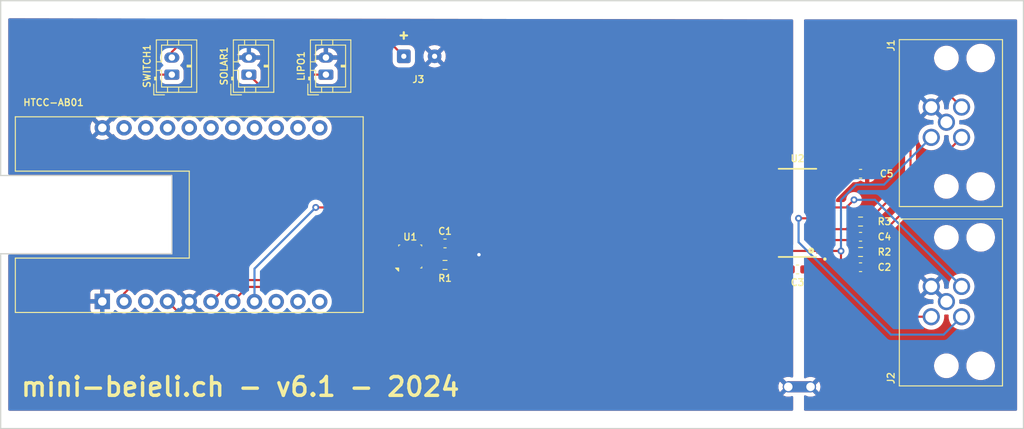
<source format=kicad_pcb>
(kicad_pcb
	(version 20240108)
	(generator "pcbnew")
	(generator_version "8.0")
	(general
		(thickness 1.6)
		(legacy_teardrops no)
	)
	(paper "A4")
	(layers
		(0 "F.Cu" signal)
		(31 "B.Cu" signal)
		(32 "B.Adhes" user "B.Adhesive")
		(33 "F.Adhes" user "F.Adhesive")
		(34 "B.Paste" user)
		(35 "F.Paste" user)
		(36 "B.SilkS" user "B.Silkscreen")
		(37 "F.SilkS" user "F.Silkscreen")
		(38 "B.Mask" user)
		(39 "F.Mask" user)
		(40 "Dwgs.User" user "User.Drawings")
		(41 "Cmts.User" user "User.Comments")
		(42 "Eco1.User" user "User.Eco1")
		(43 "Eco2.User" user "User.Eco2")
		(44 "Edge.Cuts" user)
		(45 "Margin" user)
		(46 "B.CrtYd" user "B.Courtyard")
		(47 "F.CrtYd" user "F.Courtyard")
		(48 "B.Fab" user)
		(49 "F.Fab" user)
	)
	(setup
		(stackup
			(layer "F.SilkS"
				(type "Top Silk Screen")
			)
			(layer "F.Paste"
				(type "Top Solder Paste")
			)
			(layer "F.Mask"
				(type "Top Solder Mask")
				(thickness 0.01)
			)
			(layer "F.Cu"
				(type "copper")
				(thickness 0.035)
			)
			(layer "dielectric 1"
				(type "core")
				(thickness 1.51)
				(material "FR4")
				(epsilon_r 4.5)
				(loss_tangent 0.02)
			)
			(layer "B.Cu"
				(type "copper")
				(thickness 0.035)
			)
			(layer "B.Mask"
				(type "Bottom Solder Mask")
				(thickness 0.01)
			)
			(layer "B.Paste"
				(type "Bottom Solder Paste")
			)
			(layer "B.SilkS"
				(type "Bottom Silk Screen")
			)
			(copper_finish "None")
			(dielectric_constraints no)
		)
		(pad_to_mask_clearance 0)
		(allow_soldermask_bridges_in_footprints no)
		(aux_axis_origin 40 82.355)
		(grid_origin 40 82.355)
		(pcbplotparams
			(layerselection 0x00010fc_ffffffff)
			(plot_on_all_layers_selection 0x0000000_00000000)
			(disableapertmacros no)
			(usegerberextensions no)
			(usegerberattributes no)
			(usegerberadvancedattributes no)
			(creategerberjobfile no)
			(dashed_line_dash_ratio 12.000000)
			(dashed_line_gap_ratio 3.000000)
			(svgprecision 4)
			(plotframeref no)
			(viasonmask no)
			(mode 1)
			(useauxorigin no)
			(hpglpennumber 1)
			(hpglpenspeed 20)
			(hpglpendiameter 15.000000)
			(pdf_front_fp_property_popups yes)
			(pdf_back_fp_property_popups yes)
			(dxfpolygonmode yes)
			(dxfimperialunits yes)
			(dxfusepcbnewfont yes)
			(psnegative no)
			(psa4output no)
			(plotreference yes)
			(plotvalue no)
			(plotfptext yes)
			(plotinvisibletext no)
			(sketchpadsonfab no)
			(subtractmaskfromsilk yes)
			(outputformat 1)
			(mirror no)
			(drillshape 0)
			(scaleselection 1)
			(outputdirectory "../pcbway-6.0/")
		)
	)
	(net 0 "")
	(net 1 "GND")
	(net 2 "/AGND")
	(net 3 "VS")
	(net 4 "/A_GREEN")
	(net 5 "/A_WHITE")
	(net 6 "/B_GREEN")
	(net 7 "/B_WHITE")
	(net 8 "/SDA")
	(net 9 "/SCL")
	(net 10 "/VEXT")
	(net 11 "/GPIO0")
	(net 12 "/AB_RED")
	(net 13 "Net-(U2-VIN1N)")
	(net 14 "Net-(U2-VIN1P)")
	(net 15 "Net-(U2-VBG)")
	(net 16 "unconnected-(HTCC-AB01-MISO-Pad19)")
	(net 17 "unconnected-(HTCC-AB01-VDD-Pad3)")
	(net 18 "unconnected-(HTCC-AB01-TX-Pad17)")
	(net 19 "unconnected-(HTCC-AB01-ADC-Pad12)")
	(net 20 "unconnected-(HTCC-AB01-GPIO5-Pad10)")
	(net 21 "unconnected-(HTCC-AB01-GPIO2-Pad14)")
	(net 22 "unconnected-(HTCC-AB01-VIN-Pad21)")
	(net 23 "unconnected-(HTCC-AB01-MOSI-Pad20)")
	(net 24 "unconnected-(HTCC-AB01-GPIO4-Pad9)")
	(net 25 "unconnected-(HTCC-AB01-RX-Pad16)")
	(net 26 "unconnected-(HTCC-AB01-GPIO3-Pad15)")
	(net 27 "unconnected-(HTCC-AB01-SCK-Pad18)")
	(net 28 "unconnected-(HTCC-AB01-GPIO1-Pad13)")
	(net 29 "unconnected-(HTCC-AB01-RST-Pad11)")
	(net 30 "Net-(J3-Pin_1)")
	(net 31 "Net-(LIPO1-Pin_1)")
	(net 32 "Net-(U1-SDO)")
	(net 33 "unconnected-(U2-XOUT-Pad11)")
	(net 34 "unconnected-(U2-XIN-Pad10)")
	(footprint "Capacitor_SMD:C_0603_1608Metric" (layer "F.Cu") (at 140.462 63.5))
	(footprint "T4145015051-001:T4145015051-001" (layer "F.Cu") (at 150.495 46.56 90))
	(footprint "T4145015051-001:T4145015051-001" (layer "F.Cu") (at 150.495 67.515 90))
	(footprint "Resistor_SMD:R_0603_1608Metric" (layer "F.Cu") (at 140.462 61.722))
	(footprint "Connector_JST:JST_PH_B2B-PH-K_1x02_P2.00mm_Vertical" (layer "F.Cu") (at 69 41 90))
	(footprint "NetTie:NetTie-2_THT_Pad1.0mm" (layer "F.Cu") (at 134.62 77.47 180))
	(footprint "Capacitor_SMD:C_0603_1608Metric" (layer "F.Cu") (at 140.462 52.578))
	(footprint "Capacitor_SMD:C_0603_1608Metric" (layer "F.Cu") (at 140.462 59.944))
	(footprint "Resistor_SMD:R_0603_1608Metric" (layer "F.Cu") (at 140.462 58.166))
	(footprint "Capacitor_SMD:C_0603_1608Metric" (layer "F.Cu") (at 133.096 63.754))
	(footprint "Capacitor_SMD:C_0603_1608Metric" (layer "F.Cu") (at 91.916 60.722))
	(footprint "Resistor_SMD:R_0603_1608Metric" (layer "F.Cu") (at 91.916 63.232))
	(footprint "Package_LGA:Bosch_LGA-8_2.5x2.5mm_P0.65mm_ClockwisePinNumbering" (layer "F.Cu") (at 87.852 62.246 90))
	(footprint "HTCC-AB01:HTCC-AB01" (layer "F.Cu") (at 62.038 57.355 90))
	(footprint "nau7802:SOIC127P700X210-16N" (layer "F.Cu") (at 133.096 57.15 180))
	(footprint "Connector_Wire:SolderWire-0.1sqmm_1x02_P3.6mm_D0.4mm_OD1mm" (layer "F.Cu") (at 87.1 38.855))
	(footprint "Connector_JST:JST_PH_B2B-PH-K_1x02_P2.00mm_Vertical" (layer "F.Cu") (at 78 41 90))
	(footprint "Connector_JST:JST_PH_B2B-PH-K_1x02_P2.00mm_Vertical" (layer "F.Cu") (at 60 41 90))
	(gr_line
		(start 40 82.355)
		(end 40 61.927)
		(stroke
			(width 0.15)
			(type solid)
		)
		(layer "Edge.Cuts")
		(uuid "00000000-0000-0000-0000-00005f48ebd2")
	)
	(gr_line
		(start 40 52.783)
		(end 40 32.355)
		(stroke
			(width 0.15)
			(type solid)
		)
		(layer "Edge.Cuts")
		(uuid "00000000-0000-0000-0000-00005f53bbb4")
	)
	(gr_line
		(start 40 52.783)
		(end 60 52.783)
		(stroke
			(width 0.15)
			(type solid)
		)
		(layer "Edge.Cuts")
		(uuid "00000000-0000-0000-0000-00005f53bbc4")
	)
	(gr_line
		(start 40 61.927)
		(end 60 61.927)
		(stroke
			(width 0.15)
			(type solid)
		)
		(layer "Edge.Cuts")
		(uuid "00000000-0000-0000-0000-00005f53bbd2")
	)
	(gr_line
		(start 60 61.927)
		(end 60 52.783)
		(stroke
			(width 0.15)
			(type solid)
		)
		(layer "Edge.Cuts")
		(uuid "00000000-0000-0000-0000-00005f53bbdc")
	)
	(gr_line
		(start 159.5 82.355)
		(end 40 82.355)
		(stroke
			(width 0.15)
			(type solid)
		)
		(layer "Edge.Cuts")
		(uuid "a4f594fa-9816-4830-bfb5-c2928fbc2f05")
	)
	(gr_line
		(start 159.5 32.355)
		(end 159.5 82.355)
		(stroke
			(width 0.15)
			(type solid)
		)
		(layer "Edge.Cuts")
		(uuid "aae3e431-f32d-4831-b4b5-c5c9dfe1abe2")
	)
	(gr_line
		(start 40 32.355)
		(end 159.5 32.355)
		(stroke
			(width 0.15)
			(type solid)
		)
		(layer "Edge.Cuts")
		(uuid "b327b9da-90f7-4d21-a730-14b5fc667ece")
	)
	(gr_text "mini-beieli.ch - v6.1 - 2024"
		(at 68 77.47 0)
		(layer "F.SilkS")
		(uuid "00000000-0000-0000-0000-00005f538405")
		(effects
			(font
				(size 2.2 2.2)
				(thickness 0.4)
			)
		)
	)
	(gr_text "+"
		(at 87.1 36.355 0)
		(layer "F.SilkS")
		(uuid "eb995510-27b5-4348-b3d2-2b5a38fc3b98")
		(effects
			(font
				(size 1 1)
				(thickness 0.25)
			)
		)
	)
	(segment
		(start 92.691 60.722)
		(end 94.567 60.722)
		(width 0.25)
		(layer "F.Cu")
		(net 1)
		(uuid "169bdd91-cb70-42b0-b786-e4aa76380d25")
	)
	(segment
		(start 87.880588 63.221)
		(end 88.530588 62.571)
		(width 0.25)
		(layer "F.Cu")
		(net 1)
		(uuid "5d780b17-ec68-457e-a39f-60bf42fa80f7")
	)
	(segment
		(start 88.530588 62.571)
		(end 88.877 62.571)
		(width 0.25)
		(layer "F.Cu")
		(net 1)
		(uuid "6ba63b03-9c5d-4a91-9a00-a813b740e0e3")
	)
	(segment
		(start 86.827 63.221)
		(end 87.880588 63.221)
		(width 0.25)
		(layer "F.Cu")
		(net 1)
		(uuid "8e1ab2ab-0011-44fc-988c-2c11cb56388e")
	)
	(segment
		(start 94.567 60.722)
		(end 95.88 62.035)
		(width 0.25)
		(layer "F.Cu")
		(net 1)
		(uuid "9c0089a8-40cf-47c1-9414-3530f6becf32")
	)
	(via
		(at 95.88 62.035)
		(size 0.8)
		(drill 0.4)
		(layers "F.Cu" "B.Cu")
		(free yes)
		(net 1)
		(uuid "a302daac-4165-4173-9805-2eb058d56334")
	)
	(segment
		(start 54.418 66.582)
		(end 54.418 67.495)
		(width 0.25)
		(layer "F.Cu")
		(net 3)
		(uuid "09d2570d-6526-45b6-815b-c779a62e384f")
	)
	(segment
		(start 72.355 44.355)
		(end 78.4 44.355)
		(width 0.25)
		(layer "F.Cu")
		(net 3)
		(uuid "12e608a3-dbd2-4cdc-af11-7310f9ad38d0")
	)
	(segment
		(start 80 51.5)
		(end 67.5 64)
		(width 0.25)
		(layer "F.Cu")
		(net 3)
		(uuid "477e9cda-46a3-4caa-971a-a5c43394d7ec")
	)
	(segment
		(start 80 45.955)
		(end 80 51.5)
		(width 0.25)
		(layer "F.Cu")
		(net 3)
		(uuid "7b04f8d7-09e3-435b-9957-4095460604a1")
	)
	(segment
		(start 69 41)
		(end 72.355 44.355)
		(width 0.25)
		(layer "F.Cu")
		(net 3)
		(uuid "a88284d0-44d0-4810-b804-9667e39b4620")
	)
	(segment
		(start 67.5 64)
		(end 57 64)
		(width 0.25)
		(layer "F.Cu")
		(net 3)
		(uuid "bf38396a-13ac-4f0b-946a-aa60191bad72")
	)
	(segment
		(start 57 64)
		(end 54.418 66.582)
		(width 0.25)
		(layer "F.Cu")
		(net 3)
		(uuid "f59159e1-ba38-4453-b646-d3c42f09feff")
	)
	(segment
		(start 78.4 44.355)
		(end 80 45.955)
		(width 0.25)
		(layer "F.Cu")
		(net 3)
		(uuid "fccb21cd-2a4b-4b11-9885-683148342b1c")
	)
	(segment
		(start 146.304 43.942)
		(end 147.828 42.418)
		(width 0.25)
		(layer "F.Cu")
		(net 4)
		(uuid "41ace56c-372f-45cb-b10f-6f6a0f1f6a5a")
	)
	(segment
		(start 146.304 53.1115)
		(end 146.304 43.942)
		(width 0.25)
		(layer "F.Cu")
		(net 4)
		(uuid "81af99f0-9c71-4ec7-a44e-ff1adc8d3f78")
	)
	(segment
		(start 149.893 42.418)
		(end 152.265 44.79)
		(width 0.25)
		(layer "F.Cu")
		(net 4)
		(uuid "a813ef13-3867-433c-a088-e4fa17765290")
	)
	(segment
		(start 147.828 42.418)
		(end 149.893 42.418)
		(width 0.25)
		(layer "F.Cu")
		(net 4)
		(uuid "d5597e75-6bdb-46d5-aa02-8d4e7f02ad63")
	)
	(segment
		(start 141.2495 58.166)
		(end 146.304 53.1115)
		(width 0.25)
		(layer "F.Cu")
		(net 4)
		(uuid "e9dd064d-961c-4f03-8618-7d03ccc68596")
	)
	(segment
		(start 148.082 52.513)
		(end 152.265 48.33)
		(width 0.25)
		(layer "F.Cu")
		(net 5)
		(uuid "049f0d00-d529-4d53-b46d-d5eb60229e4a")
	)
	(segment
		(start 141.2495 61.247)
		(end 148.082 54.4145)
		(width 0.25)
		(layer "F.Cu")
		(net 5)
		(uuid "388fbb85-4d0c-4294-9796-aba739bf3e51")
	)
	(segment
		(start 141.2495 61.722)
		(end 141.2495 61.247)
		(width 0.25)
		(layer "F.Cu")
		(net 5)
		(uuid "c7ede46e-ecc0-4857-91ac-94802eb631ee")
	)
	(segment
		(start 148.082 54.4145)
		(end 148.082 52.513)
		(width 0.25)
		(layer "F.Cu")
		(net 5)
		(uuid "c7fbecf6-84f5-4657-bd38-5683e0a472ed")
	)
	(segment
		(start 139.7 55.626)
		(end 138.811 56.515)
		(width 0.25)
		(layer "F.Cu")
		(net 6)
		(uuid "7bcdb406-b534-414e-8c60-f0ac88342948")
	)
	(segment
		(start 138.811 56.515)
		(end 136.201 56.515)
		(width 0.25)
		(layer "F.Cu")
		(net 6)
		(uuid "d234b350-2c73-4846-9d82-e6a347df1f23")
	)
	(via
		(at 139.7 55.626)
		(size 0.8)
		(drill 0.4)
		(layers "F.Cu" "B.Cu")
		(net 6)
		(uuid "b4f0a201-635f-479b-8284-f538b597a626")
	)
	(segment
		(start 152.265 65.745)
		(end 142.146 55.626)
		(width 0.25)
		(layer "B.Cu")
		(net 6)
		(uuid "7001e2b8-491e-4333-b4d5-e85fd0eadec3")
	)
	(segment
		(start 142.146 55.626)
		(end 139.7 55.626)
		(width 0.25)
		(layer "B.Cu")
		(net 6)
		(uuid "ef45090f-f57f-43ad-84a2-d69a6cfc1375")
	)
	(segment
		(start 136.201 57.785)
		(end 133.223 57.785)
		(width 0.25)
		(layer "F.Cu")
		(net 7)
		(uuid "e536f03b-9a2d-45f8-a51d-cc8382e45a18")
	)
	(via
		(at 133.223 57.785)
		(size 0.8)
		(drill 0.4)
		(layers "F.Cu" "B.Cu")
		(net 7)
		(uuid "72b3577e-bf21-4991-afc7-d645967d9c99")
	)
	(segment
		(start 133.223 57.785)
		(end 133.223 60.579)
		(width 0.25)
		(layer "B.Cu")
		(net 7)
		(uuid "00a3d329-54d8-4853-84f2-adf9f3e6e4b8")
	)
	(segment
		(start 133.223 60.579)
		(end 144.018 71.374)
		(width 0.25)
		(layer "B.Cu")
		(net 7)
		(uuid "35d9aee8-cc01-422f-b3b1-2f8e36222ea3")
	)
	(segment
		(start 150.176 71.374)
		(end 152.265 69.285)
		(width 0.25)
		(layer "B.Cu")
		(net 7)
		(uuid "5320b30d-3dfc-4431-a381-0d2d41ff2403")
	)
	(segment
		(start 144.018 71.374)
		(end 150.176 71.374)
		(width 0.25)
		(layer "B.Cu")
		(net 7)
		(uuid "f2b470d4-b5c9-48f9-9d0f-626d82c4eb56")
	)
	(segment
		(start 89.245 59.055)
		(end 129.991 59.055)
		(width 0.25)
		(layer "F.Cu")
		(net 8)
		(uuid "33267436-b8f8-4a8e-a627-c4053585bb39")
	)
	(segment
		(start 72.2 65.8)
		(end 76.079 61.921)
		(width 0.25)
		(layer "F.Cu")
		(net 8)
		(uuid "5c855376-87da-42d6-8107-6a702ca501a7")
	)
	(segment
		(start 87.337001 61.771001)
		(end 87.402001 61.706001)
		(width 0.25)
		(layer "F.Cu")
		(net 8)
		(uuid "66b801b4-3dfd-432d-a86d-ba4619e617f7")
	)
	(segment
		(start 86.827 61.921)
		(end 86.827 61.771001)
		(width 0.25)
		(layer "F.Cu")
		(net 8)
		(uuid "6e00df57-5fac-459c-bd0e-30db7955a895")
	)
	(segment
		(start 68.833 65.8)
		(end 72.2 65.8)
		(width 0.25)
		(layer "F.Cu")
		(net 8)
		(uuid "9d4a9c81-2fd9-4564-9496-a085ab179b87")
	)
	(segment
		(start 87.402001 61.706001)
		(end 87.402001 60.897999)
		(width 0.25)
		(layer "F.Cu")
		(net 8)
		(uuid "c69331bb-5d14-4e9e-ab71-5d16367069ff")
	)
	(segment
		(start 87.402001 60.897999)
		(end 89.245 59.055)
		(width 0.25)
		(layer "F.Cu")
		(net 8)
		(uuid "d96167a4-c0d2-444f-b83f-a9df9522726b")
	)
	(segment
		(start 67.118 67.515)
		(end 68.833 65.8)
		(width 0.25)
		(layer "F.Cu")
		(net 8)
		(uuid "db9e05ca-b2d5-4862-b147-2540dc7d95bb")
	)
	(segment
		(start 86.827 61.771001)
		(end 87.337001 61.771001)
		(width 0.25)
		(layer "F.Cu")
		(net 8)
		(uuid "f281336d-5ebd-466d-8fc5-e347080298f0")
	)
	(segment
		(start 76.079 61.921)
		(end 86.827 61.921)
		(width 0.25)
		(layer "F.Cu")
		(net 8)
		(uuid "f2e7de11-5807-4dd1-b154-2dc90daa420b")
	)
	(segment
		(start 67.13641 65)
		(end 71 65)
		(width 0.25)
		(layer "F.Cu")
		(net 9)
		(uuid "10e3b525-59c4-4336-af09-90b4b86fafd2")
	)
	(segment
		(start 64.62141 67.515)
		(end 67.13641 65)
		(width 0.25)
		(layer "F.Cu")
		(net 9)
		(uuid "432783c9-c8b4-445a-9313-b43ae6a61ab6")
	)
	(segment
		(start 86.827 61.271)
		(end 86.827 60.173)
		(width 0.25)
		(layer "F.Cu")
		(net 9)
		(uuid "5ddfaaad-6e82-4b0e-8741-3b6072dead34")
	)
	(segment
		(start 89.215 57.785)
		(end 129.991 57.785)
		(width 0.25)
		(layer "F.Cu")
		(net 9)
		(uuid "6065bebc-8176-4433-a8a5-9f204c5e4832")
	)
	(segment
		(start 74.729 61.271)
		(end 86.827 61.271)
		(width 0.25)
		(layer "F.Cu")
		(net 9)
		(uuid "6a0f0eb4-2193-4380-bd02-c03f50a1db03")
	)
	(segment
		(start 86.827 60.173)
		(end 89.215 57.785)
		(width 0.25)
		(layer "F.Cu")
		(net 9)
		(uuid "88267fb9-731c-462a-934a-e3443593dbdf")
	)
	(segment
		(start 71 65)
		(end 74.729 61.271)
		(width 0.25)
		(layer "F.Cu")
		(net 9)
		(uuid "b94f8f45-b316-4944-9f47-f3a40dd7b103")
	)
	(segment
		(start 91.1285 63.232)
		(end 91.92851 64.03201)
		(width 0.25)
		(layer "F.Cu")
		(net 10)
		(uuid "09eb241b-ce6d-4695-8f0b-9fd3a309ec04")
	)
	(segment
		(start 86.827 62.571)
		(end 87.327 62.571)
		(width 0.25)
		(layer "F.Cu")
		(net 10)
		(uuid "20a88f6e-1502-40a6-b80d-eeb4163967cd")
	)
	(segment
		(start 91.1175 63.221)
		(end 91.1285 63.232)
		(width 0.25)
		(layer "F.Cu")
		(net 10)
		(uuid "21c27580-13c6-4e61-983b-33478285d095")
	)
	(segment
		(start 87.977 61.921)
		(end 88.877 61.921)
		(width 0.25)
		(layer "F.Cu")
		(net 10)
		(uuid "2260bae7-e33e-4be6-bcea-197acb3466e8")
	)
	(segment
		(start 87.977 61.160998)
		(end 88.415998 60.722)
		(width 0.25)
		(layer "F.Cu")
		(net 10)
		(uuid "4a396209-b6ff-4c45-806d-3345fbf711b2")
	)
	(segment
		(start 128.841 60.325)
		(end 129.991 60.325)
		(width 0.25)
		(layer "F.Cu")
		(net 10)
		(uuid "5904e056-a16d-458a-9003-6c6e6b06e475")
	)
	(segment
		(start 87.977 61.921)
		(end 87.977 61.160998)
		(width 0.25)
		(layer "F.Cu")
		(net 10)
		(uuid "5ac9f604-4573-4928-9811-03c19e898ac5")
	)
	(segment
		(start 86.466998 62.571)
		(end 86.827 62.571)
		(width 0.25)
		(layer "F.Cu")
		(net 10)
		(uuid "75d6ae97-1890-44cd-8640-1bc8b154ee63")
	)
	(segment
		(start 79.337998 69.7)
		(end 86.466998 62.571)
		(width 0.25)
		(layer "F.Cu")
		(net 10)
		(uuid "79aa5f72-a6bd-4bd9-bf08-0162d9913e9e")
	)
	(segment
		(start 88.415998 60.722)
		(end 91.1285 60.722)
		(width 0.25)
		(layer "F.Cu")
		(net 10)
		(uuid "7e8ceea2-b6e3-48e6-87d6-be0e939860bd")
	)
	(segment
		(start 91.92851 64.03201)
		(end 91.93201 64.03201)
		(width 0.25)
		(layer "F.Cu")
		(net 10)
		(uuid "84163b9e-4f7f-4a6d-b64a-cfe80022d265")
	)
	(segment
		(start 88.877 63.221)
		(end 91.1175 63.221)
		(width 0.25)
		(layer "F.Cu")
		(net 10)
		(uuid "adc7840e-7510-4abd-8b81-4bd96ad8a5bf")
	)
	(segment
		(start 88.877 61.921)
		(end 89.8175 61.921)
		(width 0.25)
		(layer "F.Cu")
		(net 10)
		(uuid "b13877fe-77ef-4011-8314-ee9f3c2355c6")
	)
	(segment
		(start 87.327 62.571)
		(end 87.977 61.921)
		(width 0.25)
		(layer "F.Cu")
		(net 10)
		(uuid "baec713e-66cf-44f7-b1da-32c3cabb91f4")
	)
	(segment
		(start 61.703 69.7)
		(end 79.337998 69.7)
		(width 0.25)
		(layer "F.Cu")
		(net 10)
		(uuid "beebb8a4-7fbc-43aa-aad4-af4ba6ac6280")
	)
	(segment
		(start 89.8175 61.921)
		(end 91.1285 63.232)
		(width 0.25)
		(layer "F.Cu")
		(net 10)
		(uuid "d3090af8-aded-48f2-837a-d45e9794280f")
	)
	(segment
		(start 92.9 65)
		(end 124.166 65)
		(width 0.25)
		(layer "F.Cu")
		(net 10)
		(uuid "d48d72d1-b07f-49cc-9d14-06b113f557a8")
	)
	(segment
		(start 124.166 65)
		(end 128.841 60.325)
		(width 0.25)
		(layer "F.Cu")
		(net 10)
		(uuid "e25ca819-5fc8-46c6-a9bc-bf213cab6f5c")
	)
	(segment
		(start 91.93201 64.03201)
		(end 92.9 65)
		(width 0.25)
		(layer "F.Cu")
		(net 10)
		(uuid "ee7df61b-e39a-431d-ab1d-5a35f31b7f52")
	)
	(segment
		(start 59.498 67.495)
		(end 61.703 69.7)
		(width 0.25)
		(layer "F.Cu")
		(net 10)
		(uuid "eec45530-12a4-44a5-863c-cd80fea24914")
	)
	(segment
		(start 129.991 56.515)
		(end 76.815 56.515)
		(width 0.25)
		(layer "F.Cu")
		(net 11)
		(uuid "b3ac1da0-15ae-47e5-b647-bb3235f39a19")
	)
	(via
		(at 76.815 56.515)
		(size 0.8)
		(drill 0.4)
		(layers "F.Cu" "B.Cu")
		(net 11)
		(uuid "44ece2f3-fc62-4d64-b03a-3d8f760609b8")
	)
	(segment
		(start 69.658 64.772)
		(end 69.658 63.672)
		(width 0.25)
		(layer "B.Cu")
		(net 11)
		(uuid "0ab5bc3d-7b0d-446a-a4f0-ba9948fd0581")
	)
	(segment
		(start 69.658 67.515)
		(end 69.658 64.772)
		(width 0.25)
		(layer "B.Cu")
		(net 11)
		(uuid "37fcd2f3-c28f-4366-be7f-94c542f70ddf")
	)
	(segment
		(start 69.658 63.672)
		(end 76.815 56.515)
		(width 0.25)
		(layer "B.Cu")
		(net 11)
		(uuid "a59ed8fa-a4d3-432a-8365-02ae4d6217a1")
	)
	(segment
		(start 131.572 63.754)
		(end 132.3085 63.754)
		(width 0.25)
		(layer "F.Cu")
		(net 12)
		(uuid "054075ca-0e92-4a11-97dc-57a6ab5ddd24")
	)
	(segment
		(start 138.938 63.5)
		(end 139.6745 63.5)
		(width 0.25)
		(layer "F.Cu")
		(net 12)
		(uuid "0e30578c-4449-4905-93f0-71cf7c9822be")
	)
	(segment
		(start 129.991 62.173)
		(end 131.572 63.754)
		(width 0.25)
		(layer "F.Cu")
		(net 12)
		(uuid "14e6e734-00de-46e8-bb2d-19ad352e6a70")
	)
	(segment
		(start 136.201 61.595)
		(end 137.7695 61.595)
		(width 0.25)
		(layer "F.Cu")
		(net 12)
		(uuid "4f9aa632-0e29-475b-8a14-f9cb5899da28")
	)
	(segment
		(start 138.176 62.738)
		(end 138.938 63.5)
		(width 0.25)
		(layer "F.Cu")
		(net 12)
		(uuid "532831b6-f3a0-4ac3-84a2-91858f9ae8a5")
	)
	(segment
		(start 138.176 61.60775)
		(end 138.176 62.738)
		(width 0.25)
		(layer "F.Cu")
		(net 12)
		(uuid "667369dc-4a11-404e-9640-cc3f6c0bd428")
	)
	(segment
		(start 145.4595 69.285)
		(end 148.725 69.285)
		(width 0.25)
		(layer "F.Cu")
		(net 12)
		(uuid "a21ab933-39d3-46b4-addd-c49650743661")
	)
	(segment
		(start 137.7695 61.595)
		(end 137.78225 61.60775)
		(width 0.25)
		(layer "F.Cu")
		(net 12)
		(uuid "b80d4be7-8c62-4857-b078-77e0f7a90edf")
	)
	(segment
		(start 139.6745 63.5)
		(end 145.4595 69.285)
		(width 0.25)
		(layer "F.Cu")
		(net 12)
		(uuid "d4028f63-13dc-4e16-a35c-bc7f7161aa2a")
	)
	(segment
		(start 129.991 61.595)
		(end 129.991 62.173)
		(width 0.25)
		(layer "F.Cu")
		(net 12)
		(uuid "ef1ee6d4-8f83-4d6e-947a-34f49ee63b46")
	)
	(segment
		(start 129.991 61.595)
		(end 136.201 61.595)
		(width 0.25)
		(layer "F.Cu")
		(net 12)
		(uuid "f65400c2-90fc-40ad-8632-497a934cb95f")
	)
	(via
		(at 138.176 61.60775)
		(size 0.8)
		(drill 0.4)
		(layers "F.Cu" "B.Cu")
		(net 12)
		(uuid "925b2d74-0e35-40f2-a00d-deb8276f077f")
	)
	(segment
		(start 138.176 61.60775)
		(end 138.176 55.626)
		(width 0.25)
		(layer "B.Cu")
		(net 12)
		(uuid "446bccf4-868c-419f-96c2-225d0df3735d")
	)
	(segment
		(start 138.176 55.626)
		(end 139.954 53.848)
		(width 0.25)
		(layer "B.Cu")
		(net 12)
		(uuid "4be8be88-4d5c-4c4c-ab55-bed3c576c1d4")
	)
	(segment
		(start 143.207 53.848)
		(end 148.725 48.33)
		(width 0.25)
		(layer "B.Cu")
		(net 12)
		(uuid "50fb460a-46fd-4105-8ad0-fb1fbb842da5")
	)
	(segment
		(start 139.954 53.848)
		(end 143.207 53.848)
		(width 0.25)
		(layer "B.Cu")
		(net 12)
		(uuid "e27ba909-5cb1-4301-b8d4-adb7016abd79")
	)
	(segment
		(start 139.6745 59.944)
		(end 139.6745 61.722)
		(width 0.25)
		(layer "F.Cu")
		(net 13)
		(uuid "2c26f89e-0f01-43df-be06-aaaf006021f3")
	)
	(segment
		(start 136.201 60.325)
		(end 139.2935 60.325)
		(width 0.25)
		(layer "F.Cu")
		(net 13)
		(uuid "b3bface0-5e99-4160-a886-ecf54be03160")
	)
	(segment
		(start 139.2935 60.325)
		(end 139.6745 59.944)
		(width 0.25)
		(layer "F.Cu")
		(net 13)
		(uuid "ca85dd50-12ea-47df-b958-cc47159c664d")
	)
	(segment
		(start 138.7855 59.055)
		(end 139.6745 58.166)
		(width 0.25)
		(layer "F.Cu")
		(net 14)
		(uuid "22aed87d-fb9f-4704-a2e3-056a537eec21")
	)
	(segment
		(start 136.201 59.055)
		(end 138.7855 59.055)
		(width 0.25)
		(layer "F.Cu")
		(net 14)
		(uuid "4814749b-900f-424f-974e-81a0239a1636")
	)
	(segment
		(start 139.6745 58.369)
		(end 141.2495 59.944)
		(width 0.25)
		(layer "F.Cu")
		(net 14)
		(uuid "8e661f47-294a-4ace-bf00-31b9965ceff6")
	)
	(segment
		(start 139.6745 58.166)
		(end 139.6745 58.369)
		(width 0.25)
		(layer "F.Cu")
		(net 14)
		(uuid "f8ccda83-1cfb-406f-be70-596ce54214c7")
	)
	(segment
		(start 136.201 55.245)
		(end 137.0075 55.245)
		(width 0.25)
		(layer "F.Cu")
		(net 15)
		(uuid "33b7ea5a-81ca-4bd1-932a-6c410418897d")
	)
	(segment
		(start 137.0075 55.245)
		(end 139.6745 52.578)
		(width 0.25)
		(layer "F.Cu")
		(net 15)
		(uuid "459f808a-f260-4f45-87b7-82da15318dd0")
	)
	(segment
		(start 60 36.055)
		(end 84.3 36.055)
		(width 0.25)
		(layer "F.Cu")
		(net 30)
		(uuid "050c7c22-8849-45b5-b77f-ddc46b43f83a")
	)
	(segment
		(start 60 41)
		(end 58.445 41)
		(width 0.25)
		(layer "F.Cu")
		(net 30)
		(uuid "1fb98642-a5ab-4323-ab38-eaa26d7ab9cc")
	)
	(segment
		(start 58.1 37.955)
		(end 60 36.055)
		(width 0.25)
		(layer "F.Cu")
		(net 30)
		(uuid "463f9727-9a0e-4b04-b0fe-2455f37002d5")
	)
	(segment
		(start 58.1 40.655)
		(end 58.1 37.955)
		(width 0.25)
		(layer "F.Cu")
		(net 30)
		(uuid "b812b487-d65b-4552-9177-6a9d2348be57")
	)
	(segment
		(start 58.445 41)
		(end 58.1 40.655)
		(width 0.25)
		(layer "F.Cu")
		(net 30)
		(uuid "cc89d59d-c8fa-4ac9-8d49-98b49dc43877")
	)
	(segment
		(start 84.3 36.055)
		(end 87.1 38.855)
		(width 0.25)
		(layer "F.Cu")
		(net 30)
		(uuid "f6115a2e-4fb9-4591-9641-aa83d2745435")
	)
	(segment
		(start 73.1 37.555)
		(end 76.545 41)
		(width 0.25)
		(layer "F.Cu")
		(net 31)
		(uuid "49b5b352-66ee-4ab2-ab9c-f91e2e8e5e4a")
	)
	(segment
		(start 76.545 41)
		(end 78 41)
		(width 0.25)
		(layer "F.Cu")
		(net 31)
		(uuid "5589b8b3-6d26-4958-9c1d-05269f03fb0c")
	)
	(segment
		(start 60.8 37.555)
		(end 73.1 37.555)
		(width 0.25)
		(layer "F.Cu")
		(net 31)
		(uuid "96dde38a-702f-4e58-b654-02115a78b87c")
	)
	(segment
		(start 60 38.355)
		(end 60.8 37.555)
		(width 0.25)
		(layer "F.Cu")
		(net 31)
		(uuid "9fc2f370-f51c-47ae-9337-3a556ab949bb")
	)
	(segment
		(start 60 39)
		(end 60 38.355)
		(width 0.25)
		(layer "F.Cu")
		(net 31)
		(uuid "b6c0ab8c-7222-43a5-a271-f27328d6a90c")
	)
	(segment
		(start 92.7035 63.232)
		(end 92.7035 62.7795)
		(width 0.25)
		(layer "F.Cu")
		(net 32)
		(uuid "2d978048-15db-4341-81c8-af457e40bda8")
	)
	(segment
		(start 88.877 61.271)
		(end 90.179 61.271)
		(width 0.25)
		(layer "F.Cu")
		(net 32)
		(uuid "a3c283d5-c726-4e9c-855a-6c2343d96932")
	)
	(segment
		(start 91.916 61.992)
		(end 90.9 61.992)
		(width 0.25)
		(layer "F.Cu")
		(net 32)
		(uuid "cecbd179-19be-485a-92ef-c593a3b113ee")
	)
	(segment
		(start 90.9 61.992)
		(end 90.179 61.271)
		(width 0.25)
		(layer "F.Cu")
		(net 32)
		(uuid "da8e5541-003e-4d09-a668-127f41e070c8")
	)
	(segment
		(start 92.7035 62.7795)
		(end 91.916 61.992)
		(width 0.25)
		(layer "F.Cu")
		(net 32)
		(uuid "e70a8996-5cde-4a73-a684-f23fc931e501")
	)
	(zone
		(net 2)
		(net_name "/AGND")
		(layer "F.Cu")
		(uuid "00000000-0000-0000-0000-00005fe76039")
		(hatch edge 0.508)
		(connect_pads
			(clearance 0.508)
		)
		(min_thickness 0.254)
		(filled_areas_thickness no)
		(fill yes
			(thermal_gap 0.508)
			(thermal_bridge_width 0.508)
		)
		(polygon
			(pts
				(xy 158.75 80.264) (xy 133.858 80.264) (xy 133.858 34.544) (xy 158.75 34.544)
			)
		)
		(filled_polygon
			(layer "F.Cu")
			(pts
				(xy 158.692121 34.564002) (xy 158.738614 34.617658) (xy 158.75 34.67) (xy 158.75 80.138) (xy 158.729998 80.206121)
				(xy 158.676342 80.252614) (xy 158.624 80.264) (xy 133.984 80.264) (xy 133.915879 80.243998) (xy 133.869386 80.190342)
				(xy 133.858 80.138) (xy 133.858 78.586408) (xy 133.878002 78.518287) (xy 133.931658 78.471794) (xy 134.001932 78.46169)
				(xy 134.05033 78.479281) (xy 134.101612 78.511033) (xy 134.101628 78.511041) (xy 134.301736 78.588564)
				(xy 134.301735 78.588564) (xy 134.512697 78.628) (xy 134.727303 78.628) (xy 134.938264 78.588564)
				(xy 135.13837 78.511042) (xy 135.138379 78.511037) (xy 135.239325 78.448534) (xy 134.744948 77.954157)
				(xy 134.812993 77.935925) (xy 134.927007 77.870099) (xy 135.020099 77.777007) (xy 135.085925 77.662993)
				(xy 135.104158 77.594947) (xy 135.601308 78.092097) (xy 135.608769 78.082219) (xy 135.704429 77.890107)
				(xy 135.763159 77.683692) (xy 135.763159 77.683688) (xy 135.782961 77.470004) (xy 135.782961 77.469995)
				(xy 135.763159 77.256311) (xy 135.763159 77.256307) (xy 135.704429 77.04989) (xy 135.704428 77.049888)
				(xy 135.608768 76.857779) (xy 135.601308 76.847901) (xy 135.104157 77.345051) (xy 135.085925 77.277007)
				(xy 135.020099 77.162993) (xy 134.927007 77.069901) (xy 134.812993 77.004075) (xy 134.744947 76.985841)
				(xy 135.239325 76.491464) (xy 135.138376 76.42896) (xy 135.138369 76.428957) (xy 134.938263 76.351435)
				(xy 134.938264 76.351435) (xy 134.727303 76.312) (xy 134.512697 76.312) (xy 134.301735 76.351435)
				(xy 134.101628 76.428958) (xy 134.101615 76.428964) (xy 134.050329 76.460719) (xy 133.981882 76.479573)
				(xy 133.914107 76.458429) (xy 133.868523 76.403999) (xy 133.858 76.353591) (xy 133.858 74.900843)
				(xy 149.0445 74.900843) (xy 149.0445 75.129157) (xy 149.080216 75.35466) (xy 149.150769 75.571799)
				(xy 149.245465 75.75765) (xy 149.254423 75.775231) (xy 149.388622 75.959939) (xy 149.55006 76.121377)
				(xy 149.671404 76.209539) (xy 149.734772 76.255579) (xy 149.938201 76.359231) (xy 150.15534 76.429784)
				(xy 150.380843 76.4655) (xy 150.380846 76.4655) (xy 150.609154 76.4655) (xy 150.609157 76.4655)
				(xy 150.83466 76.429784) (xy 151.051799 76.359231) (xy 151.255228 76.255579) (xy 151.439937 76.121379)
				(xy 151.601379 75.959937) (xy 151.735579 75.775228) (xy 151.839231 75.571799) (xy 151.909784 75.35466)
				(xy 151.9455 75.129157) (xy 151.9455 74.905179) (xy 152.8195 74.905179) (xy 152.8195 75.12482) (xy 152.848166 75.342568)
				(xy 152.848168 75.342575) (xy 152.905014 75.554727) (xy 152.912086 75.5718) (xy 152.989063 75.757641)
				(xy 152.989068 75.75765) (xy 153.098881 75.947851) (xy 153.232585 76.122098) (xy 153.232604 76.122119)
				(xy 153.38788 76.277395) (xy 153.38789 76.277404) (xy 153.387896 76.27741) (xy 153.387899 76.277412)
				(xy 153.387901 76.277414) (xy 153.562148 76.411118) (xy 153.625548 76.447722) (xy 153.752355 76.520935)
				(xy 153.955273 76.604986) (xy 154.167425 76.661832) (xy 154.167429 76.661832) (xy 154.167431 76.661833)
				(xy 154.223552 76.669221) (xy 154.385182 76.6905) (xy 154.385189 76.6905) (xy 154.604811 76.6905)
				(xy 154.604818 76.6905) (xy 154.801614 76.664591) (xy 154.822568 76.661833) (xy 154.822568 76.661832)
				(xy 154.822575 76.661832) (xy 155.034727 76.604986) (xy 155.237645 76.520935) (xy 155.427855 76.411116)
				(xy 155.602104 76.27741) (xy 155.75741 76.122104) (xy 155.891116 75.947855) (xy 156.000935 75.757645)
				(xy 156.084986 75.554727) (xy 156.141832 75.342575) (xy 156.1705 75.124818) (xy 156.1705 74.905182)
				(xy 156.141832 74.687425) (xy 156.084986 74.475273) (xy 156.000935 74.272355) (xy 155.891116 74.082145)
				(xy 155.75741 73.907896) (xy 155.757404 73.90789) (xy 155.757395 73.90788) (xy 155.602119 73.752604)
				(xy 155.602098 73.752585) (xy 155.427851 73.618881) (xy 155.23765 73.509068) (xy 155.237641 73.509063)
				(xy 155.145702 73.470981) (xy 155.034727 73.425014) (xy 154.822575 73.368168) (xy 154.822568 73.368166)
				(xy 154.60482 73.3395) (xy 154.604818 73.3395) (xy 154.385182 73.3395) (xy 154.385179 73.3395) (xy 154.167431 73.368166)
				(xy 153.955273 73.425014) (xy 153.752358 73.509063) (xy 153.752349 73.509068) (xy 153.562148 73.618881)
				(xy 153.387901 73.752585) (xy 153.38788 73.752604) (xy 153.232604 73.90788) (xy 153.232585 73.907901)
				(xy 153.098881 74.082148) (xy 152.989068 74.272349) (xy 152.989063 74.272358) (xy 152.905014 74.475273)
				(xy 152.848166 74.687431) (xy 152.8195 74.905179) (xy 151.9455 74.905179) (xy 151.9455 74.900843)
				(xy 151.909784 74.67534) (xy 151.839231 74.458201) (xy 151.735579 74.254772) (xy 151.601379 74.070063)
				(xy 151.601377 74.07006) (xy 151.439939 73.908622) (xy 151.255231 73.774423) (xy 151.25523 73.774422)
				(xy 151.255228 73.774421) (xy 151.051799 73.670769) (xy 150.83466 73.600216) (xy 150.609157 73.5645)
				(xy 150.380843 73.5645) (xy 150.15534 73.600216) (xy 150.155337 73.600216) (xy 150.155336 73.600217)
				(xy 149.938201 73.670769) (xy 149.938199 73.67077) (xy 149.734768 73.774423) (xy 149.55006 73.908622)
				(xy 149.388622 74.07006) (xy 149.254423 74.254768) (xy 149.15077 74.458199) (xy 149.150769 74.458201)
				(xy 149.080216 74.67534) (xy 149.0445 74.900843) (xy 133.858 74.900843) (xy 133.858 64.863) (xy 133.878002 64.794879)
				(xy 133.931658 64.748386) (xy 133.984 64.737) (xy 134.144853 64.737) (xy 134.144852 64.736999) (xy 134.245229 64.726744)
				(xy 134.245241 64.726742) (xy 134.407884 64.672847) (xy 134.553728 64.58289) (xy 134.553734 64.582885)
				(xy 134.674885 64.461734) (xy 134.67489 64.461728) (xy 134.764847 64.315884) (xy 134.818742 64.153241)
				(xy 134.818744 64.153229) (xy 134.828999 64.052852) (xy 134.829 64.052852) (xy 134.829 64.008) (xy 133.858 64.008)
				(xy 133.858 63.5) (xy 134.829 63.5) (xy 134.829 63.455147) (xy 134.818744 63.35477) (xy 134.818742 63.354758)
				(xy 134.764847 63.192115) (xy 134.67489 63.046271) (xy 134.674885 63.046265) (xy 134.553734 62.925114)
				(xy 134.553728 62.925109) (xy 134.407884 62.835152) (xy 134.245241 62.781257) (xy 134.245229 62.781255)
				(xy 134.144852 62.771) (xy 133.984 62.771) (xy 133.915879 62.750998) (xy 133.869386 62.697342) (xy 133.858 62.645)
				(xy 133.858 62.3545) (xy 133.878002 62.286379) (xy 133.931658 62.239886) (xy 133.984 62.2285) (xy 134.837417 62.2285)
				(xy 134.905538 62.248502) (xy 134.931025 62.272231) (xy 134.931367 62.27189) (xy 134.937736 62.278259)
				(xy 135.054792 62.365887) (xy 135.054794 62.365888) (xy 135.054796 62.365889) (xy 135.113875 62.387924)
				(xy 135.191795 62.416988) (xy 135.191803 62.41699) (xy 135.25235 62.423499) (xy 135.252355 62.423499)
				(xy 135.252362 62.4235) (xy 135.252368 62.4235) (xy 137.149632 62.4235) (xy 137.149638 62.4235)
				(xy 137.149645 62.423499) (xy 137.149649 62.423499) (xy 137.210196 62.41699) (xy 137.210199 62.416989)
				(xy 137.210201 62.416989) (xy 137.347204 62.365889) (xy 137.347209 62.365884) (xy 137.355118 62.361568)
				(xy 137.356801 62.364651) (xy 137.407458 62.345733) (xy 137.476839 62.360795) (xy 137.527062 62.410976)
				(xy 137.5425 62.471408) (xy 137.5425 62.675606) (xy 137.5425 62.800394) (xy 137.566845 62.922785)
				(xy 137.6146 63.038075) (xy 137.683929 63.141833) (xy 138.534167 63.992072) (xy 138.637925 64.061401)
				(xy 138.719447 64.095168) (xy 138.753215 64.109155) (xy 138.753217 64.109155) (xy 138.753219 64.109156)
				(xy 138.77746 64.113978) (xy 138.84037 64.146884) (xy 138.86012 64.171409) (xy 138.882713 64.208037)
				(xy 138.88272 64.208046) (xy 139.003953 64.329279) (xy 139.003959 64.329284) (xy 139.00396 64.329285)
				(xy 139.149899 64.419302) (xy 139.312664 64.473236) (xy 139.332756 64.475288) (xy 139.41312 64.4835)
				(xy 139.413128 64.4835) (xy 139.709906 64.4835) (xy 139.778027 64.503502) (xy 139.799001 64.520405)
				(xy 144.967429 69.688833) (xy 145.055667 69.777071) (xy 145.159425 69.8464) (xy 145.274715 69.894155)
				(xy 145.397106 69.9185) (xy 147.273435 69.9185) (xy 147.341556 69.938502) (xy 147.380865 69.978662)
				(xy 147.500824 70.174416) (xy 147.500825 70.174417) (xy 147.500826 70.174419) (xy 147.65503 70.354969)
				(xy 147.83558 70.509173) (xy 147.835584 70.509176) (xy 148.038037 70.63324) (xy 148.257406 70.724105)
				(xy 148.488289 70.779535) (xy 148.725 70.798165) (xy 148.961711 70.779535) (xy 149.192594 70.724105)
				(xy 149.411963 70.63324) (xy 149.614416 70.509176) (xy 149.794969 70.354969) (xy 149.949176 70.174416)
				(xy 150.07324 69.971963) (xy 150.164105 69.752594) (xy 150.219535 69.521711) (xy 150.238165 69.285)
				(xy 150.227759 69.152789) (xy 150.242355 69.083312) (xy 150.292197 69.032753) (xy 150.361462 69.017166)
				(xy 150.363257 69.017294) (xy 150.494999 69.027662) (xy 150.626742 69.017294) (xy 150.696222 69.03189)
				(xy 150.746781 69.081732) (xy 150.762368 69.150997) (xy 150.76224 69.152791) (xy 150.751835 69.284999)
				(xy 150.770465 69.52171) (xy 150.825894 69.752592) (xy 150.916759 69.971961) (xy 151.040825 70.174417)
				(xy 151.040826 70.174419) (xy 151.19503 70.354969) (xy 151.37558 70.509173) (xy 151.375584 70.509176)
				(xy 151.578037 70.63324) (xy 151.797406 70.724105) (xy 152.028289 70.779535) (xy 152.265 70.798165)
				(xy 152.501711 70.779535) (xy 152.732594 70.724105) (xy 152.951963 70.63324) (xy 153.154416 70.509176)
				(xy 153.334969 70.354969) (xy 153.489176 70.174416) (xy 153.61324 69.971963) (xy 153.704105 69.752594)
				(xy 153.759535 69.521711) (xy 153.778165 69.285) (xy 153.759535 69.048289) (xy 153.704105 68.817406)
				(xy 153.61324 68.598037) (xy 153.489176 68.395584) (xy 153.489173 68.39558) (xy 153.334969 68.21503)
				(xy 153.154419 68.060826) (xy 153.154417 68.060825) (xy 153.154416 68.060824) (xy 152.951963 67.93676)
				(xy 152.734234 67.846574) (xy 152.732592 67.845894) (xy 152.574651 67.807976) (xy 152.501711 67.790465)
				(xy 152.265 67.771835) (xy 152.264999 67.771835) (xy 152.132791 67.78224) (xy 152.063311 67.767644)
				(xy 152.012752 67.717801) (xy 151.997166 67.648536) (xy 151.997294 67.646742) (xy 152.007662 67.514999)
				(xy 151.997294 67.383257) (xy 152.01189 67.313777) (xy 152.061732 67.263217) (xy 152.130997 67.247631)
				(xy 152.132689 67.247751) (xy 152.265 67.258165) (xy 152.501711 67.239535) (xy 152.732594 67.184105)
				(xy 152.951963 67.09324) (xy 153.154416 66.969176) (xy 153.334969 66.814969) (xy 153.489176 66.634416)
				(xy 153.61324 66.431963) (xy 153.704105 66.212594) (xy 153.759535 65.981711) (xy 153.778165 65.745)
				(xy 153.759535 65.508289) (xy 153.704105 65.277406) (xy 153.61324 65.058037) (xy 153.489176 64.855584)
				(xy 153.489173 64.85558) (xy 153.334969 64.67503) (xy 153.154419 64.520826) (xy 153.154417 64.520825)
				(xy 153.154416 64.520824) (xy 152.951963 64.39676) (xy 152.789061 64.329284) (xy 152.732592 64.305894)
				(xy 152.574651 64.267976) (xy 152.501711 64.250465) (xy 152.265 64.231835) (xy 152.028289 64.250465)
				(xy 151.797407 64.305894) (xy 151.578038 64.396759) (xy 151.375582 64.520825) (xy 151.37558 64.520826)
				(xy 151.19503 64.67503) (xy 151.040826 64.85558) (xy 151.040825 64.855582) (xy 150.916759 65.058038)
				(xy 150.825894 65.277407) (xy 150.770465 65.508289) (xy 150.751835 65.745) (xy 150.76224 65.877207)
				(xy 150.747644 65.946687) (xy 150.697801 65.997247) (xy 150.628537 66.012833) (xy 150.626743 66.012705)
				(xy 150.495 66.002337) (xy 150.362751 66.012745) (xy 150.293271 65.998149) (xy 150.242712 65.948306)
				(xy 150.227126 65.879041) (xy 150.227254 65.877247) (xy 150.237662 65.744999) (xy 150.219039 65.508367)
				(xy 150.163628 65.277562) (xy 150.072791 65.058261) (xy 149.958102 64.871108) (xy 149.958101 64.871107)
				(xy 149.365966 65.463242) (xy 149.345332 65.413426) (xy 149.268726 65.298776) (xy 149.171224 65.201274)
				(xy 149.056574 65.124668) (xy 149.006755 65.104032) (xy 149.59889 64.511897) (xy 149.59889 64.511896)
				(xy 149.411738 64.397208) (xy 149.192437 64.306371) (xy 148.961632 64.25096) (xy 148.725 64.232337)
				(xy 148.488367 64.25096) (xy 148.257562 64.306371) (xy 148.038266 64.397206) (xy 147.851108 64.511897)
				(xy 147.851108 64.511898) (xy 148.443243 65.104033) (xy 148.393426 65.124668) (xy 148.278776 65.201274)
				(xy 148.181274 65.298776) (xy 148.104668 65.413426) (xy 148.084033 65.463243) (xy 147.491898 64.871108)
				(xy 147.491897 64.871108) (xy 147.377206 65.058266) (xy 147.286371 65.277562) (xy 147.23096 65.508367)
				(xy 147.212337 65.745) (xy 147.23096 65.981632) (xy 147.286371 66.212437) (xy 147.377208 66.431738)
				(xy 147.491896 66.61889) (xy 147.491897 66.61889) (xy 148.084032 66.026755) (xy 148.104668 66.076574)
				(xy 148.181274 66.191224) (xy 148.278776 66.288726) (xy 148.393426 66.365332) (xy 148.443242 66.385966)
				(xy 147.851107 66.978101) (xy 147.851108 66.978102) (xy 148.038261 67.092791) (xy 148.257562 67.183628)
				(xy 148.488367 67.239039) (xy 148.724999 67.257662) (xy 148.857247 67.247254) (xy 148.926727 67.26185)
				(xy 148.977286 67.311692) (xy 148.992873 67.380957) (xy 148.992745 67.382751) (xy 148.982337 67.515)
				(xy 148.992705 67.646743) (xy 148.978109 67.716223) (xy 148.928266 67.766782) (xy 148.859001 67.782368)
				(xy 148.857207 67.78224) (xy 148.725 67.771835) (xy 148.488289 67.790465) (xy 148.257407 67.845894)
				(xy 148.038038 67.936759) (xy 147.835582 68.060825) (xy 147.83558 68.060826) (xy 147.65503 68.21503)
				(xy 147.500826 68.39558) (xy 147.500825 68.395582) (xy 147.500824 68.395584) (xy 147.380865 68.591337)
				(xy 147.32822 68.638966) (xy 147.273435 68.6515) (xy 145.774094 68.6515) (xy 145.705973 68.631498)
				(xy 145.684999 68.614595) (xy 141.704539 64.634135) (xy 141.670513 64.571823) (xy 141.675578 64.501008)
				(xy 141.718125 64.444172) (xy 141.754002 64.425435) (xy 141.773887 64.418845) (xy 141.919728 64.32889)
				(xy 141.919734 64.328885) (xy 142.040885 64.207734) (xy 142.04089 64.207728) (xy 142.130847 64.061884)
				(xy 142.184742 63.899241) (xy 142.184744 63.899229) (xy 142.194999 63.798852) (xy 142.195 63.798852)
				(xy 142.195 63.754) (xy 141.109 63.754) (xy 141.040879 63.733998) (xy 140.994386 63.680342) (xy 140.983 63.628)
				(xy 140.983 63.372) (xy 141.003002 63.303879) (xy 141.056658 63.257386) (xy 141.109 63.246) (xy 142.195 63.246)
				(xy 142.195 63.201147) (xy 142.184744 63.10077) (xy 142.184742 63.100758) (xy 142.130847 62.938115)
				(xy 142.04089 62.792271) (xy 142.040885 62.792265) (xy 141.956391 62.707771) (xy 141.922365 62.645459)
				(xy 141.92743 62.574644) (xy 141.956391 62.529581) (xy 142.048811 62.43716) (xy 142.048816 62.437155)
				(xy 142.137827 62.289913) (xy 142.189013 62.125649) (xy 142.1955 62.054265) (xy 142.195499 61.389736)
				(xy 142.189013 61.318351) (xy 142.184361 61.303421) (xy 142.183192 61.232434) (xy 142.215559 61.176843)
				(xy 143.491559 59.900843) (xy 149.0445 59.900843) (xy 149.0445 60.129157) (xy 149.080216 60.35466)
				(xy 149.150769 60.571799) (xy 149.245465 60.75765) (xy 149.254423 60.775231) (xy 149.388622 60.959939)
				(xy 149.55006 61.121377) (xy 149.626399 61.176841) (xy 149.734772 61.255579) (xy 149.938201 61.359231)
				(xy 150.15534 61.429784) (xy 150.380843 61.4655) (xy 150.380846 61.4655) (xy 150.609154 61.4655)
				(xy 150.609157 61.4655) (xy 150.83466 61.429784) (xy 151.051799 61.359231) (xy 151.255228 61.255579)
				(xy 151.439937 61.121379) (xy 151.601379 60.959937) (xy 151.735579 60.775228) (xy 151.839231 60.571799)
				(xy 151.909784 60.35466) (xy 151.9455 60.129157) (xy 151.9455 59.905179) (xy 152.8195 59.905179)
				(xy 152.8195 60.12482) (xy 152.848166 60.342568) (xy 152.848168 60.342575) (xy 152.905014 60.554727)
				(xy 152.912086 60.5718) (xy 152.989063 60.757641) (xy 152.989068 60.75765) (xy 153.098881 60.947851)
				(xy 153.232585 61.122098) (xy 153.232604 61.122119) (xy 153.38788 61.277395) (xy 153.38789 61.277404)
				(xy 153.387896 61.27741) (xy 153.387899 61.277412) (xy 153.387901 61.277414) (xy 153.562148 61.411118)
				(xy 153.625548 61.447722) (xy 153.752355 61.520935) (xy 153.955273 61.604986) (xy 154.167425 61.661832)
				(xy 154.167429 61.661832) (xy 154.167431 61.661833) (xy 154.223552 61.669221) (xy 154.385182 61.6905)
				(xy 154.385189 61.6905) (xy 154.604811 61.6905) (xy 154.604818 61.6905) (xy 154.801614 61.664591)
				(xy 154.822568 61.661833) (xy 154.822568 61.661832) (xy 154.822575 61.661832) (xy 155.034727 61.604986)
				(xy 155.237645 61.520935) (xy 155.427855 61.411116) (xy 155.602104 61.27741) (xy 155.75741 61.122104)
				(xy 155.891116 60.947855) (xy 156.000935 60.757645) (xy 156.084986 60.554727) (xy 156.141832 60.342575)
				(xy 156.1705 60.124818) (xy 156.1705 59.905182) (xy 156.149221 59.743552) (xy 156.141833 59.687431)
				(xy 156.141832 59.687429) (xy 156.141832 59.687425) (xy 156.084986 59.475273) (xy 156.000935 59.272355)
				(xy 155.891116 59.082145) (xy 155.75741 58.907896) (xy 155.757404 58.90789) (xy 155.757395 58.90788)
				(xy 155.602119 58.752604) (xy 155.602098 58.752585) (xy 155.427851 58.618881) (xy 155.23765 58.509068)
				(xy 155.237641 58.509063) (xy 155.128524 58.463866) (xy 155.034727 58.425014) (xy 154.822575 58.368168)
				(xy 154.822568 58.368166) (xy 154.60482 58.3395) (xy 154.604818 58.3395) (xy 154.385182 58.3395)
				(xy 154.385179 58.3395) (xy 154.167431 58.368166) (xy 153.955273 58.425014) (xy 153.752358 58.509063)
				(xy 153.752349 58.509068) (xy 153.562148 58.618881) (xy 153.387901 58.752585) (xy 153.38788 58.752604)
				(xy 153.232604 58.90788) (xy 153.232585 58.907901) (xy 153.098881 59.082148) (xy 152.989068 59.272349)
				(xy 152.989063 59.272358) (xy 152.905014 59.475273) (xy 152.848166 59.687431) (xy 152.8195 59.905179)
				(xy 151.9455 59.905179) (xy 151.9455 59.900843) (xy 151.909784 59.67534) (xy 151.839231 59.458201)
				(xy 151.735579 59.254772) (xy 151.601379 59.070063) (xy 151.601377 59.07006) (xy 151.439939 58.908622)
				(xy 151.255231 58.774423) (xy 151.25523 58.774422) (xy 151.255228 58.774421) (xy 151.051799 58.670769)
				(xy 150.83466 58.600216) (xy 150.609157 58.5645) (xy 150.380843 58.5645) (xy 150.15534 58.600216)
				(xy 150.155337 58.600216) (xy 150.155336 58.600217) (xy 149.938201 58.670769) (xy 149.938199 58.67077)
				(xy 149.734768 58.774423) (xy 149.55006 58.908622) (xy 149.388622 59.07006) (xy 149.254423 59.254768)
				(xy 149.15077 59.458199) (xy 149.150769 59.458201) (xy 149.097807 59.621202) (xy 149.080216 59.67534)
				(xy 149.0445 59.900843) (xy 143.491559 59.900843) (xy 148.574071 54.818333) (xy 148.6434 54.714575)
				(xy 148.691155 54.599285) (xy 148.7155 54.476894) (xy 148.7155 54.352106) (xy 148.7155 53.945843)
				(xy 149.0445 53.945843) (xy 149.0445 54.174157) (xy 149.080216 54.39966) (xy 149.150769 54.616799)
				(xy 149.254421 54.820228) (xy 149.254423 54.820231) (xy 149.388622 55.004939) (xy 149.55006 55.166377)
				(xy 149.671265 55.254438) (xy 149.734772 55.300579) (xy 149.938201 55.404231) (xy 150.15534 55.474784)
				(xy 150.380843 55.5105) (xy 150.380846 55.5105) (xy 150.609154 55.5105) (xy 150.609157 55.5105)
				(xy 150.83466 55.474784) (xy 151.051799 55.404231) (xy 151.255228 55.300579) (xy 151.439937 55.166379)
				(xy 151.601379 55.004937) (xy 151.735579 54.820228) (xy 151.839231 54.616799) (xy 151.909784 54.39966)
				(xy 151.9455 54.174157) (xy 151.9455 53.950179) (xy 152.8195 53.950179) (xy 152.8195 54.16982) (xy 152.848166 54.387568)
				(xy 152.848168 54.387575) (xy 152.905014 54.599727) (xy 152.934909 54.6719) (xy 152.989063 54.802641)
				(xy 152.989068 54.80265) (xy 153.098881 54.992851) (xy 153.232585 55.167098) (xy 153.232604 55.167119)
				(xy 153.38788 55.322395) (xy 153.38789 55.322404) (xy 153.387896 55.32241) (xy 153.387899 55.322412)
				(xy 153.387901 55.322414) (xy 153.562148 55.456118) (xy 153.625548 55.492722) (xy 153.752355 55.565935)
				(xy 153.955273 55.649986) (xy 154.167425 55.706832) (xy 154.167429 55.706832) (xy 154.167431 55.706833)
				(xy 154.223552 55.714221) (xy 154.385182 55.7355) (xy 154.385189 55.7355) (xy 154.604811 55.7355)
				(xy 154.604818 55.7355) (xy 154.801614 55.709591) (xy 154.822568 55.706833) (xy 154.822568 55.706832)
				(xy 154.822575 55.706832) (xy 155.034727 55.649986) (xy 155.237645 55.565935) (xy 155.427855 55.456116)
				(xy 155.602104 55.32241) (xy 155.75741 55.167104) (xy 155.891116 54.992855) (xy 156.000935 54.802645)
				(xy 156.084986 54.599727) (xy 156.141832 54.387575) (xy 156.1705 54.169818) (xy 156.1705 53.950182)
				(xy 156.141832 53.732425) (xy 156.084986 53.520273) (xy 156.000935 53.317355) (xy 155.898471 53.139884)
				(xy 155.891118 53.127148) (xy 155.757414 52.952901) (xy 155.757412 52.952899) (xy 155.75741 52.952896)
				(xy 155.757404 52.95289) (xy 155.757395 52.95288) (xy 155.602119 52.797604) (xy 155.602098 52.797585)
				(xy 155.427851 52.663881) (xy 155.23765 52.554068) (xy 155.237641 52.554063) (xy 155.145702 52.515981)
				(xy 155.034727 52.470014) (xy 154.822575 52.413168) (xy 154.822568 52.413166) (xy 154.60482 52.3845)
				(xy 154.604818 52.3845) (xy 154.385182 52.3845) (xy 154.385179 52.3845) (xy 154.167431 52.413166)
				(xy 153.955273 52.470014) (xy 153.752358 52.554063) (xy 153.752349 52.554068) (xy 153.562148 52.663881)
				(xy 153.387901 52.797585) (xy 153.38788 52.797604) (xy 153.232604 52.95288) (xy 153.232585 52.952901)
				(xy 153.098881 53.127148) (xy 152.989068 53.317349) (xy 152.989065 53.317355) (xy 152.950038 53.411575)
				(xy 152.905014 53.520273) (xy 152.848166 53.732431) (xy 152.8195 53.950179) (xy 151.9455 53.950179)
				(xy 151.9455 53.945843) (xy 151.909784 53.72034) (xy 151.839231 53.503201) (xy 151.735579 53.299772)
				(xy 151.601379 53.115063) (xy 151.601377 53.11506) (xy 151.439939 52.953622) (xy 151.255231 52.819423)
				(xy 151.25523 52.819422) (xy 151.255228 52.819421) (xy 151.051799 52.715769) (xy 150.83466 52.645216)
				(xy 150.609157 52.6095) (xy 150.380843 52.6095) (xy 150.15534 52.645216) (xy 150.155337 52.645216)
				(xy 150.155336 52.645217) (xy 149.938201 52.715769) (xy 149.938199 52.71577) (xy 149.734768 52.819423)
				(xy 149.55006 52.953622) (xy 149.388622 53.11506) (xy 149.254423 53.299768) (xy 149.153775 53.497301)
				(xy 149.150769 53.503201) (xy 149.080216 53.72034) (xy 149.0445 53.945843) (xy 148.7155 53.945843)
				(xy 148.7155 52.827593) (xy 148.735502 52.759472) (xy 148.7524 52.738503) (xy 151.686541 49.804361)
				(xy 151.748851 49.770337) (xy 151.805045 49.770938) (xy 152.028289 49.824535) (xy 152.265 49.843165)
				(xy 152.501711 49.824535) (xy 152.732594 49.769105) (xy 152.951963 49.67824) (xy 153.154416 49.554176)
				(xy 153.334969 49.399969) (xy 153.489176 49.219416) (xy 153.61324 49.016963) (xy 153.704105 48.797594)
				(xy 153.759535 48.566711) (xy 153.778165 48.33) (xy 153.759535 48.093289) (xy 153.704105 47.862406)
				(xy 153.61324 47.643037) (xy 153.489176 47.440584) (xy 153.489173 47.44058) (xy 153.334969 47.26003)
				(xy 153.154419 47.105826) (xy 153.154417 47.105825) (xy 153.154416 47.105824) (xy 152.951963 46.98176)
				(xy 152.734234 46.891574) (xy 152.732592 46.890894) (xy 152.574651 46.852976) (xy 152.501711 46.835465)
				(xy 152.265 46.816835) (xy 152.264999 46.816835) (xy 152.132791 46.82724) (xy 152.063311 46.812644)
				(xy 152.012752 46.762801) (xy 151.997166 46.693536) (xy 151.997294 46.691742) (xy 152.007662 46.559999)
				(xy 151.997294 46.428257) (xy 152.01189 46.358777) (xy 152.061732 46.308217) (xy 152.130997 46.292631)
				(xy 152.132689 46.292751) (xy 152.265 46.303165) (xy 152.501711 46.284535) (xy 152.732594 46.229105)
				(xy 152.951963 46.13824) (xy 153.154416 46.014176) (xy 153.334969 45.859969) (xy 153.489176 45.679416)
				(xy 153.61324 45.476963) (xy 153.704105 45.257594) (xy 153.759535 45.026711) (xy 153.778165 44.79)
				(xy 153.759535 44.553289) (xy 153.704105 44.322406) (xy 153.61324 44.103037) (xy 153.489176 43.900584)
				(xy 153.489173 43.90058) (xy 153.334969 43.72003) (xy 153.154419 43.565826) (xy 153.154417 43.565825)
				(xy 153.154416 43.565824) (xy 152.951963 43.44176) (xy 152.887388 43.415012) (xy 152.732592 43.350894)
				(xy 152.574651 43.312976) (xy 152.501711 43.295465) (xy 152.265 43.276835) (xy 152.028289 43.295465)
				(xy 151.805049 43.349059) (xy 151.734142 43.345513) (xy 151.686541 43.315636) (xy 150.296835 41.925931)
				(xy 150.296833 41.925929) (xy 150.193075 41.8566) (xy 150.077785 41.808845) (xy 150.004086 41.794185)
				(xy 149.955396 41.7845) (xy 149.955394 41.7845) (xy 147.765606 41.7845) (xy 147.765603 41.7845)
				(xy 147.692568 41.799028) (xy 147.643215 41.808845) (xy 147.643213 41.808845) (xy 147.643212 41.808846)
				(xy 147.527923 41.856601) (xy 147.424171 41.925926) (xy 147.424164 41.925931) (xy 145.811931 43.538164)
				(xy 145.811926 43.538171) (xy 145.742601 43.641923) (xy 145.694846 43.757212) (xy 145.6705 43.879603)
				(xy 145.6705 52.796905) (xy 145.650498 52.865026) (xy 145.633595 52.886) (xy 141.373999 57.145595)
				(xy 141.311687 57.179621) (xy 141.284904 57.1825) (xy 141.029738 57.1825) (xy 140.958353 57.188986)
				(xy 140.958352 57.188986) (xy 140.794093 57.24017) (xy 140.794088 57.240172) (xy 140.646844 57.329184)
				(xy 140.646839 57.329188) (xy 140.551095 57.424933) (xy 140.488783 57.458959) (xy 140.417968 57.453894)
				(xy 140.372905 57.424933) (xy 140.27716 57.329188) (xy 140.277155 57.329184) (xy 140.129911 57.240172)
				(xy 140.129906 57.24017) (xy 139.965646 57.188986) (xy 139.913723 57.184268) (xy 139.894265 57.1825)
				(xy 139.894262 57.1825) (xy 139.379735 57.1825) (xy 139.351949 57.185025) (xy 139.282298 57.171268)
				(xy 139.231142 57.122038) (xy 139.214723 57.052966) (xy 139.238253 56.985982) (xy 139.251444 56.970459)
				(xy 139.650501 56.571402) (xy 139.712811 56.537379) (xy 139.739594 56.5345) (xy 139.795487 56.5345)
				(xy 139.982288 56.494794) (xy 140.156752 56.417118) (xy 140.311253 56.304866) (xy 140.43904 56.162944)
				(xy 140.534527 55.997556) (xy 140.593542 55.815928) (xy 140.613504 55.626) (xy 140.593542 55.436072)
				(xy 140.534527 55.254444) (xy 140.43904 55.089056) (xy 140.439038 55.089054) (xy 140.439034 55.089048)
				(xy 140.311255 54.947135) (xy 140.156752 54.834882) (xy 139.982288 54.757206) (xy 139.795487 54.7175)
				(xy 139.604513 54.7175) (xy 139.417711 54.757206) (xy 139.243247 54.834882) (xy 139.088744 54.947135)
				(xy 138.960965 55.089048) (xy 138.960958 55.089058) (xy 138.865476 55.254438) (xy 138.865473 55.254445)
				(xy 138.806457 55.436072) (xy 138.789092 55.601292) (xy 138.762079 55.666949) (xy 138.752878 55.677216)
				(xy 138.585501 55.844595) (xy 138.523189 55.87862) (xy 138.496405 55.8815) (xy 137.707145 55.8815)
				(xy 137.639024 55.861498) (xy 137.592531 55.807842) (xy 137.582427 55.737568) (xy 137.589089 55.711467)
				(xy 137.602989 55.674201) (xy 137.605593 55.649986) (xy 137.609499 55.613649) (xy 137.6095 55.613632)
				(xy 137.6095 55.591094) (xy 137.629502 55.522973) (xy 137.646405 55.501999) (xy 139.55 53.598405)
				(xy 139.612312 53.564379) (xy 139.639095 53.5615) (xy 139.96088 53.5615) (xy 140.033936 53.554035)
				(xy 140.061336 53.551236) (xy 140.224101 53.497302) (xy 140.37004 53.407285) (xy 140.37325 53.404074)
				(xy 140.435554 53.370045) (xy 140.50637 53.375101) (xy 140.551447 53.404067) (xy 140.554265 53.406885)
				(xy 140.554271 53.40689) (xy 140.700115 53.496847) (xy 140.862758 53.550742) (xy 140.86277 53.550744)
				(xy 140.963147 53.560999) (xy 140.963147 53.561) (xy 140.983 53.561) (xy 141.491 53.561) (xy 141.510853 53.561)
				(xy 141.510852 53.560999) (xy 141.611229 53.550744) (xy 141.611241 53.550742) (xy 141.773884 53.496847)
				(xy 141.919728 53.40689) (xy 141.919734 53.406885) (xy 142.040885 53.285734) (xy 142.04089 53.285728)
				(xy 142.130847 53.139884) (xy 142.184742 52.977241) (xy 142.184744 52.977229) (xy 142.194999 52.876852)
				(xy 142.195 52.876852) (xy 142.195 52.832) (xy 141.491 52.832) (xy 141.491 53.561) (xy 140.983 53.561)
				(xy 140.983 52.324) (xy 141.491 52.324) (xy 142.195 52.324) (xy 142.195 52.279147) (xy 142.184744 52.17877)
				(xy 142.184742 52.178758) (xy 142.130847 52.016115) (xy 142.04089 51.870271) (xy 142.040885 51.870265)
				(xy 141.919734 51.749114) (xy 141.919728 51.749109) (xy 141.773884 51.659152) (xy 141.611241 51.605257)
				(xy 141.611229 51.605255) (xy 141.510852 51.595) (xy 141.491 51.595) (xy 141.491 52.324) (xy 140.983 52.324)
				(xy 140.983 51.595) (xy 140.963147 51.595) (xy 140.86277 51.605255) (xy 140.862758 51.605257) (xy 140.700115 51.659152)
				(xy 140.554271 51.749109) (xy 140.554267 51.749112) (xy 140.551442 51.751938) (xy 140.549026 51.753256)
				(xy 140.548514 51.753662) (xy 140.548444 51.753574) (xy 140.489128 51.785959) (xy 140.418312 51.78089)
				(xy 140.373253 51.751928) (xy 140.37004 51.748715) (xy 140.224101 51.658698) (xy 140.061336 51.604764)
				(xy 140.061333 51.604763) (xy 139.96088 51.5945) (xy 139.960872 51.5945) (xy 139.413128 51.5945)
				(xy 139.41312 51.5945) (xy 139.312666 51.604763) (xy 139.149899 51.658698) (xy 139.003959 51.748715)
				(xy 139.003953 51.74872) (xy 138.88272 51.869953) (xy 138.882715 51.869959) (xy 138.792698 52.015899)
				(xy 138.738763 52.178666) (xy 138.7285 52.279119) (xy 138.7285 52.575905) (xy 138.708498 52.644026)
				(xy 138.691599 52.664995) (xy 138.241535 53.11506) (xy 137.797687 53.558908) (xy 137.735375 53.592933)
				(xy 137.664559 53.587868) (xy 137.607724 53.545321) (xy 137.590536 53.513844) (xy 137.551444 53.409036)
				(xy 137.547127 53.401129) (xy 137.550293 53.399399) (xy 137.531484 53.349075) (xy 137.546528 53.279691)
				(xy 137.547533 53.278125) (xy 137.551444 53.270963) (xy 137.602494 53.134093) (xy 137.608999 53.073597)
				(xy 137.609 53.073585) (xy 137.609 52.959) (xy 136.455 52.959) (xy 136.455 54.103) (xy 136.434998 54.171121)
				(xy 136.381342 54.217614) (xy 136.329 54.229) (xy 134.793 54.229) (xy 134.793 54.343597) (xy 134.799505 54.404093)
				(xy 134.850555 54.540964) (xy 134.854875 54.548876) (xy 134.851588 54.55067) (xy 134.870209 54.600604)
				(xy 134.855112 54.669977) (xy 134.853876 54.6719) (xy 134.85011 54.678797) (xy 134.799011 54.815795)
				(xy 134.799009 54.815803) (xy 134.7925 54.87635) (xy 134.7925 55.613649) (xy 134.799009 55.674196)
				(xy 134.799011 55.674204) (xy 134.85011 55.811202) (xy 134.854432 55.819118) (xy 134.851199 55.820882)
				(xy 134.869896 55.871018) (xy 134.854801 55.940392) (xy 134.854126 55.941441) (xy 134.85011 55.948797)
				(xy 134.799011 56.085795) (xy 134.799009 56.085803) (xy 134.7925 56.14635) (xy 134.7925 56.883649)
				(xy 134.799009 56.944196) (xy 134.79901 56.944197) (xy 134.812911 56.981467) (xy 134.817976 57.052283)
				(xy 134.783951 57.114595) (xy 134.721638 57.14862) (xy 134.694855 57.1515) (xy 133.984 57.1515)
				(xy 133.915879 57.131498) (xy 133.869386 57.077842) (xy 133.858 57.0255) (xy 133.858 53.073597)
				(xy 134.793 53.073597) (xy 134.799505 53.134093) (xy 134.850555 53.270964) (xy 134.854875 53.278876)
				(xy 134.85172 53.280598) (xy 134.870522 53.331033) (xy 134.855418 53.400405) (xy 134.854418 53.40196)
				(xy 134.850555 53.409035) (xy 134.799505 53.545906) (xy 134.793 53.606402) (xy 134.793 53.721) (xy 135.947 53.721)
				(xy 135.947 52.959) (xy 134.793 52.959) (xy 134.793 53.073597) (xy 133.858 53.073597) (xy 133.858 52.336402)
				(xy 134.793 52.336402) (xy 134.793 52.451) (xy 135.947 52.451) (xy 136.455 52.451) (xy 137.609 52.451)
				(xy 137.609 52.336414) (xy 137.608999 52.336402) (xy 137.602494 52.275906) (xy 137.551444 52.139035)
				(xy 137.551444 52.139034) (xy 137.463904 52.022095) (xy 137.346965 51.934555) (xy 137.210093 51.883505)
				(xy 137.149597 51.877) (xy 136.455 51.877) (xy 136.455 52.451) (xy 135.947 52.451) (xy 135.947 51.877)
				(xy 135.252402 51.877) (xy 135.191906 51.883505) (xy 135.055035 51.934555) (xy 135.055034 51.934555)
				(xy 134.938095 52.022095) (xy 134.850555 52.139034) (xy 134.850555 52.139035) (xy 134.799505 52.275906)
				(xy 134.793 52.336402) (xy 133.858 52.336402) (xy 133.858 38.945843) (xy 149.0445 38.945843) (xy 149.0445 39.174157)
				(xy 149.080216 39.39966) (xy 149.150769 39.616799) (xy 149.245465 39.80265) (xy 149.254423 39.820231)
				(xy 149.388622 40.004939) (xy 149.55006 40.166377) (xy 149.671404 40.254539) (xy 149.734772 40.300579)
				(xy 149.938201 40.404231) (xy 150.15534 40.474784) (xy 150.380843 40.5105) (xy 150.380846 40.5105)
				(xy 150.609154 40.5105) (xy 150.609157 40.5105) (xy 150.83466 40.474784) (xy 151.051799 40.404231)
				(xy 151.255228 40.300579) (xy 151.439937 40.166379) (xy 151.601379 40.004937) (xy 151.735579 39.820228)
				(xy 151.839231 39.616799) (xy 151.909784 39.39966) (xy 151.9455 39.174157) (xy 151.9455 38.950179)
				(xy 152.8195 38.950179) (xy 152.8195 39.16982) (xy 152.848166 39.387568) (xy 152.848168 39.387575)
				(xy 152.905014 39.599727) (xy 152.912086 39.6168) (xy 152.989063 39.802641) (xy 152.989068 39.80265)
				(xy 153.098881 39.992851) (xy 153.232585 40.167098) (xy 153.232604 40.167119) (xy 153.38788 40.322395)
				(xy 153.38789 40.322404) (xy 153.387896 40.32241) (xy 153.387899 40.322412) (xy 153.387901 40.322414)
				(xy 153.562148 40.456118) (xy 153.625548 40.492722) (xy 153.752355 40.565935) (xy 153.955273 40.649986)
				(xy 154.167425 40.706832) (xy 154.167429 40.706832) (xy 154.167431 40.706833) (xy 154.223552 40.714221)
				(xy 154.385182 40.7355) (xy 154.385189 40.7355) (xy 154.604811 40.7355) (xy 154.604818 40.7355)
				(xy 154.801614 40.709591) (xy 154.822568 40.706833) (xy 154.822568 40.706832) (xy 154.822575 40.706832)
				(xy 155.034727 40.649986) (xy 155.237645 40.565935) (xy 155.427855 40.456116) (xy 155.602104 40.32241)
				(xy 155.75741 40.167104) (xy 155.891116 39.992855) (xy 156.000935 39.802645) (xy 156.084986 39.599727)
				(xy 156.141832 39.387575) (xy 156.1705 39.169818) (xy 156.1705 38.950182) (xy 156.141832 38.732425)
				(xy 156.084986 38.520273) (xy 156.000935 38.317355) (xy 155.891116 38.127145) (xy 155.75741 37.952896)
				(xy 155.757404 37.95289) (xy 155.757395 37.95288) (xy 155.602119 37.797604) (xy 155.602098 37.797585)
				(xy 155.427851 37.663881) (xy 155.23765 37.554068) (xy 155.237641 37.554063) (xy 155.145702 37.515981)
				(xy 155.034727 37.470014) (xy 154.822575 37.413168) (xy 154.822568 37.413166) (xy 154.60482 37.3845)
				(xy 154.604818 37.3845) (xy 154.385182 37.3845) (xy 154.385179 37.3845) (xy 154.167431 37.413166)
				(xy 153.955273 37.470014) (xy 153.752358 37.554063) (xy 153.752349 37.554068) (xy 153.562148 37.663881)
				(xy 153.387901 37.797585) (xy 153.38788 37.797604) (xy 153.232604 37.95288) (xy 153.232585 37.952901)
				(xy 153.098881 38.127148) (xy 152.989068 38.317349) (xy 152.989063 38.317358) (xy 152.905014 38.520273)
				(xy 152.848166 38.732431) (xy 152.8195 38.950179) (xy 151.9455 38.950179) (xy 151.9455 38.945843)
				(xy 151.909784 38.72034) (xy 151.839231 38.503201) (xy 151.735579 38.299772) (xy 151.601379 38.115063)
				(xy 151.601377 38.11506) (xy 151.439939 37.953622) (xy 151.255231 37.819423) (xy 151.25523 37.819422)
				(xy 151.255228 37.819421) (xy 151.051799 37.715769) (xy 150.83466 37.645216) (xy 150.609157 37.6095)
				(xy 150.380843 37.6095) (xy 150.15534 37.645216) (xy 150.155337 37.645216) (xy 150.155336 37.645217)
				(xy 149.938201 37.715769) (xy 149.938199 37.71577) (xy 149.734768 37.819423) (xy 149.55006 37.953622)
				(xy 149.388622 38.11506) (xy 149.254423 38.299768) (xy 149.15077 38.503199) (xy 149.150769 38.503201)
				(xy 149.080216 38.72034) (xy 149.0445 38.945843) (xy 133.858 38.945843) (xy 133.858 34.67) (xy 133.878002 34.601879)
				(xy 133.931658 34.555386) (xy 133.984 34.544) (xy 158.624 34.544)
			)
		)
		(filled_polygon
			(layer "F.Cu")
			(pts
				(xy 150.213243 66.874032) (xy 150.163426 66.894668) (xy 150.048776 66.971274) (xy 149.951274 67.068776)
				(xy 149.874668 67.183426) (xy 149.854032 67.233243) (xy 149.236396 66.615607) (xy 149.236392 66.615601)
				(xy 149.006757 66.385966) (xy 149.056574 66.365332) (xy 149.171224 66.288726) (xy 149.268726 66.191224)
				(xy 149.345332 66.076574) (xy 149.365967 66.026756)
			)
		)
		(filled_polygon
			(layer "F.Cu")
			(pts
				(xy 147.301826 43.944243) (xy 147.358662 43.98679) (xy 147.383473 44.05331) (xy 147.374203 44.110517)
				(xy 147.286371 44.322562) (xy 147.23096 44.553367) (xy 147.212337 44.79) (xy 147.23096 45.026632)
				(xy 147.286371 45.257437) (xy 147.377208 45.476738) (xy 147.491896 45.66389) (xy 147.491898 45.66389)
				(xy 148.084032 45.071755) (xy 148.104668 45.121574) (xy 148.181274 45.236224) (xy 148.278776 45.333726)
				(xy 148.393426 45.410332) (xy 148.443242 45.430966) (xy 147.851107 46.023101) (xy 147.851108 46.023102)
				(xy 148.038261 46.137791) (xy 148.257562 46.228628) (xy 148.488367 46.284039) (xy 148.724999 46.302662)
				(xy 148.857247 46.292254) (xy 148.926727 46.30685) (xy 148.977286 46.356692) (xy 148.992873 46.425957)
				(xy 148.992745 46.427751) (xy 148.982337 46.56) (xy 148.992705 46.691743) (xy 148.978109 46.761223)
				(xy 148.928266 46.811782) (xy 148.859001 46.827368) (xy 148.857207 46.82724) (xy 148.725 46.816835)
				(xy 148.488289 46.835465) (xy 148.257407 46.890894) (xy 148.038038 46.981759) (xy 147.835582 47.105825)
				(xy 147.83558 47.105826) (xy 147.65503 47.26003) (xy 147.500826 47.44058) (xy 147.500825 47.440582)
				(xy 147.376759 47.643038) (xy 147.285894 47.862407) (xy 147.230465 48.093289) (xy 147.211835 48.33)
				(xy 147.230465 48.56671) (xy 147.285894 48.797592) (xy 147.376759 49.016961) (xy 147.500825 49.219417)
				(xy 147.500826 49.219419) (xy 147.65503 49.399969) (xy 147.83558 49.554173) (xy 147.835584 49.554176)
				(xy 148.038037 49.67824) (xy 148.257406 49.769105) (xy 148.488289 49.824535) (xy 148.725 49.843165)
				(xy 148.961711 49.824535) (xy 149.192594 49.769105) (xy 149.411963 49.67824) (xy 149.614416 49.554176)
				(xy 149.794969 49.399969) (xy 149.949176 49.219416) (xy 150.07324 49.016963) (xy 150.164105 48.797594)
				(xy 150.219535 48.566711) (xy 150.238165 48.33) (xy 150.227759 48.197789) (xy 150.242355 48.128312)
				(xy 150.292197 48.077753) (xy 150.361462 48.062166) (xy 150.363257 48.062294) (xy 150.494999 48.072662)
				(xy 150.626742 48.062294) (xy 150.696222 48.07689) (xy 150.746781 48.126732) (xy 150.762368 48.195997)
				(xy 150.76224 48.197791) (xy 150.751835 48.329999) (xy 150.770465 48.56671) (xy 150.82406 48.789949)
				(xy 150.820513 48.860857) (xy 150.790636 48.908458) (xy 147.678167 52.020929) (xy 147.589931 52.109164)
				(xy 147.589926 52.109171) (xy 147.520601 52.212923) (xy 147.472846 52.328212) (xy 147.4485 52.450603)
				(xy 147.4485 54.099905) (xy 147.428498 54.168026) (xy 147.411595 54.189) (xy 142.277321 59.323273)
				(xy 142.215009 59.357299) (xy 142.144194 59.352234) (xy 142.087358 59.309687) (xy 142.08099 59.300332)
				(xy 142.041285 59.23596) (xy 142.041282 59.235957) (xy 142.041279 59.235953) (xy 141.956744 59.151418)
				(xy 141.922718 59.089106) (xy 141.927783 59.018291) (xy 141.956744 58.973228) (xy 142.048811 58.88116)
				(xy 142.048816 58.881155) (xy 142.137827 58.733913) (xy 142.189013 58.569649) (xy 142.1955 58.498265)
				(xy 142.195499 58.168092) (xy 142.215501 58.099973) (xy 142.232399 58.079003) (xy 146.796071 53.515333)
				(xy 146.8654 53.411575) (xy 146.904426 53.317358) (xy 146.904427 53.317357) (xy 146.913152 53.296292)
				(xy 146.913151 53.296292) (xy 146.913155 53.296285) (xy 146.9375 53.173894) (xy 146.9375 44.256594)
				(xy 146.957502 44.188473) (xy 146.974399 44.167504) (xy 147.168702 43.973201) (xy 147.23101 43.939179)
			)
		)
		(filled_polygon
			(layer "F.Cu")
			(pts
				(xy 150.213243 45.919032) (xy 150.163426 45.939668) (xy 150.048776 46.016274) (xy 149.951274 46.113776)
				(xy 149.874668 46.228426) (xy 149.854032 46.278243) (xy 149.236396 45.660607) (xy 149.236392 45.660601)
				(xy 149.006757 45.430966) (xy 149.056574 45.410332) (xy 149.171224 45.333726) (xy 149.268726 45.236224)
				(xy 149.345332 45.121574) (xy 149.365967 45.071756)
			)
		)
		(filled_polygon
			(layer "F.Cu")
			(pts
				(xy 149.646527 43.071502) (xy 149.667501 43.088405) (xy 150.790636 44.211541) (xy 150.824662 44.273853)
				(xy 150.82406 44.33005) (xy 150.770465 44.553289) (xy 150.751835 44.79) (xy 150.76224 44.922207)
				(xy 150.747644 44.991687) (xy 150.697801 45.042247) (xy 150.628537 45.057833) (xy 150.626743 45.057705)
				(xy 150.495 45.047337) (xy 150.362751 45.057745) (xy 150.293271 45.043149) (xy 150.242712 44.993306)
				(xy 150.227126 44.924041) (xy 150.227254 44.922247) (xy 150.237662 44.789999) (xy 150.219039 44.553367)
				(xy 150.163628 44.322562) (xy 150.072791 44.103261) (xy 149.958102 43.916108) (xy 149.958101 43.916107)
				(xy 149.365966 44.508242) (xy 149.345332 44.458426) (xy 149.268726 44.343776) (xy 149.171224 44.246274)
				(xy 149.056574 44.169668) (xy 149.006755 44.149032) (xy 149.59889 43.556897) (xy 149.59889 43.556896)
				(xy 149.411738 43.442208) (xy 149.192437 43.351371) (xy 148.978537 43.300019) (xy 148.916968 43.264667)
				(xy 148.884285 43.20164) (xy 148.890866 43.130949) (xy 148.93462 43.075038) (xy 149.001656 43.051657)
				(xy 149.007951 43.0515) (xy 149.578406 43.0515)
			)
		)
	)
	(zone
		(net 1)
		(net_name "GND")
		(layers "F&B.Cu")
		(uuid "00000000-0000-0000-0000-00005fe76033")
		(hatch edge 0.508)
		(connect_pads
			(clearance 0.508)
		)
		(min_thickness 0.254)
		(filled_areas_thickness no)
		(fill yes
			(thermal_gap 0.508)
			(thermal_bridge_width 0.508)
		)
		(polygon
			(pts
				(xy 132.588 80.264) (xy 40.894 80.264) (xy 40.894 48.514) (xy 40.894 48.387) (xy 40.894 34.417)
				(xy 132.588 34.544)
			)
		)
		(filled_polygon
			(layer "F.Cu")
			(pts
				(xy 132.462177 34.543825) (xy 132.530267 34.563922) (xy 132.576686 34.617642) (xy 132.588 34.669825)
				(xy 132.588 57.08414) (xy 132.567998 57.152261) (xy 132.555637 57.16845) (xy 132.483957 57.248059)
				(xy 132.405591 57.383794) (xy 132.388473 57.413444) (xy 132.385206 57.4235) (xy 132.329457 57.595072)
				(xy 132.309496 57.785) (xy 132.329457 57.974927) (xy 132.359526 58.06747) (xy 132.388473 58.156556)
				(xy 132.388476 58.156561) (xy 132.483958 58.321941) (xy 132.483965 58.321951) (xy 132.555636 58.401549)
				(xy 132.586353 58.465556) (xy 132.588 58.485859) (xy 132.588 60.8355) (xy 132.567998 60.903621)
				(xy 132.514342 60.950114) (xy 132.462 60.9615) (xy 131.497145 60.9615) (xy 131.429024 60.941498)
				(xy 131.382531 60.887842) (xy 131.372427 60.817568) (xy 131.379089 60.791467) (xy 131.392989 60.754201)
				(xy 131.3995 60.693638) (xy 131.3995 59.956362) (xy 131.398232 59.944568) (xy 131.39299 59.895803)
				(xy 131.392989 59.895799) (xy 131.341889 59.758796) (xy 131.341886 59.758792) (xy 131.341886 59.758791)
				(xy 131.33757 59.750886) (xy 131.340815 59.749113) (xy 131.322111 59.699102) (xy 131.33714 59.629714)
				(xy 131.33782 59.628654) (xy 131.341886 59.621208) (xy 131.341885 59.621208) (xy 131.341889 59.621204)
				(xy 131.392989 59.484201) (xy 131.3995 59.423638) (xy 131.3995 58.686362) (xy 131.395999 58.653794)
				(xy 131.39299 58.625803) (xy 131.392989 58.625799) (xy 131.341889 58.488796) (xy 131.341886 58.488792)
				(xy 131.341886 58.488791) (xy 131.33757 58.480886) (xy 131.340815 58.479113) (xy 131.322111 58.429102)
				(xy 131.33714 58.359714) (xy 131.33782 58.358654) (xy 131.341886 58.351208) (xy 131.341885 58.351208)
				(xy 131.341889 58.351204) (xy 131.392989 58.214201) (xy 131.3995 58.153638) (xy 131.3995 57.416362)
				(xy 131.399499 57.41635) (xy 131.39299 57.355803) (xy 131.392989 57.355799) (xy 131.341889 57.218796)
				(xy 131.341886 57.218792) (xy 131.341886 57.218791) (xy 131.33757 57.210886) (xy 131.340815 57.209113)
				(xy 131.322111 57.159102) (xy 131.33714 57.089714) (xy 131.33782 57.088654) (xy 131.341886 57.081208)
				(xy 131.341885 57.081208) (xy 131.341889 57.081204) (xy 131.392989 56.944201) (xy 131.3995 56.883638)
				(xy 131.3995 56.146362) (xy 131.399499 56.14635) (xy 131.39299 56.085803) (xy 131.392989 56.085799)
				(xy 131.341889 55.948796) (xy 131.341886 55.948792) (xy 131.341886 55.948791) (xy 131.33757 55.940886)
				(xy 131.340815 55.939113) (xy 131.322111 55.889102) (xy 131.33714 55.819714) (xy 131.33782 55.818654)
				(xy 131.341886 55.811208) (xy 131.341885 55.811208) (xy 131.341889 55.811204) (xy 131.392989 55.674201)
				(xy 131.392989 55.674197) (xy 131.39299 55.674196) (xy 131.399499 55.613649) (xy 131.3995 55.613632)
				(xy 131.3995 54.876367) (xy 131.399499 54.87635) (xy 131.39299 54.815803) (xy 131.392989 54.815799)
				(xy 131.341889 54.678796) (xy 131.341886 54.678792) (xy 131.341886 54.678791) (xy 131.33757 54.670886)
				(xy 131.340815 54.669113) (xy 131.322111 54.619102) (xy 131.33714 54.549714) (xy 131.33782 54.548654)
				(xy 131.341886 54.541208) (xy 131.341885 54.541208) (xy 131.341889 54.541204) (xy 131.392989 54.404201)
				(xy 131.3995 54.343638) (xy 131.3995 53.606362) (xy 131.399499 53.60635) (xy 131.39299 53.545803)
				(xy 131.392988 53.545795) (xy 131.34189 53.408798) (xy 131.33757 53.400887) (xy 131.34068 53.399188)
				(xy 131.321795 53.348641) (xy 131.336848 53.279259) (xy 131.337291 53.27857) (xy 131.341444 53.270963)
				(xy 131.392494 53.134093) (xy 131.398999 53.073597) (xy 131.399 53.073585) (xy 131.399 52.959) (xy 128.583 52.959)
				(xy 128.583 53.073597) (xy 128.589505 53.134093) (xy 128.640555 53.270964) (xy 128.644875 53.278876)
				(xy 128.641588 53.28067) (xy 128.660209 53.330604) (xy 128.645112 53.399977) (xy 128.643876 53.4019)
				(xy 128.64011 53.408797) (xy 128.589011 53.545795) (xy 128.589009 53.545803) (xy 128.5825 53.60635)
				(xy 128.5825 54.343649) (xy 128.589009 54.404196) (xy 128.589011 54.404204) (xy 128.64011 54.541202)
				(xy 128.644432 54.549118) (xy 128.641199 54.550882) (xy 128.659896 54.601018) (xy 128.644801 54.670392)
				(xy 128.644126 54.671441) (xy 128.64011 54.678797) (xy 128.589011 54.815795) (xy 128.589009 54.815803)
				(xy 128.5825 54.87635) (xy 128.5825 55.613649) (xy 128.589009 55.674196) (xy 128.58901 55.674197)
				(xy 128.602911 55.711467) (xy 128.607976 55.782283) (xy 128.573951 55.844595) (xy 128.511638 55.87862)
				(xy 128.484855 55.8815) (xy 77.5232 55.8815) (xy 77.455079 55.861498) (xy 77.429563 55.83981) (xy 77.426252 55.836133)
				(xy 77.271752 55.723882) (xy 77.097284 55.646204) (xy 77.03762 55.633522) (xy 76.975147 55.599794)
				(xy 76.940826 55.537644) (xy 76.945554 55.466805) (xy 76.974721 55.421183) (xy 80.059503 52.336402)
				(xy 128.583 52.336402) (xy 128.583 52.451) (xy 129.737 52.451) (xy 130.245 52.451) (xy 131.399 52.451)
				(xy 131.399 52.336414) (xy 131.398999 52.336402) (xy 131.392494 52.275906) (xy 131.341444 52.139035)
				(xy 131.341444 52.139034) (xy 131.253904 52.022095) (xy 131.136965 51.934555) (xy 131.000093 51.883505)
				(xy 130.939597 51.877) (xy 130.245 51.877) (xy 130.245 52.451) (xy 129.737 52.451) (xy 129.737 51.877)
				(xy 129.042402 51.877) (xy 128.981906 51.883505) (xy 128.845035 51.934555) (xy 128.845034 51.934555)
				(xy 128.728095 52.022095) (xy 128.640555 52.139034) (xy 128.640555 52.139035) (xy 128.589505 52.275906)
				(xy 128.583 52.336402) (xy 80.059503 52.336402) (xy 80.492072 51.903833) (xy 80.561401 51.800075)
				(xy 80.609155 51.684784) (xy 80.6335 51.562393) (xy 80.6335 51.437606) (xy 80.6335 45.892606) (xy 80.609155 45.770215)
				(xy 80.595168 45.736447) (xy 80.561401 45.654925) (xy 80.492072 45.551167) (xy 78.803833 43.862929)
				(xy 78.700075 43.7936) (xy 78.584785 43.745845) (xy 78.511086 43.731185) (xy 78.462396 43.7215)
				(xy 78.462394 43.7215) (xy 72.669595 43.7215) (xy 72.601474 43.701498) (xy 72.5805 43.684595) (xy 70.417768 41.521864)
				(xy 70.383743 41.459552) (xy 70.381516 41.419961) (xy 70.3835 41.400545) (xy 70.383499 40.599456)
				(xy 70.372887 40.495574) (xy 70.317115 40.327262) (xy 70.22403 40.176348) (xy 70.224029 40.176347)
				(xy 70.224024 40.176341) (xy 70.098658 40.050975) (xy 70.098649 40.050968) (xy 70.043983 40.01725)
				(xy 69.996504 39.964465) (xy 69.985101 39.89439) (xy 70.013393 39.829274) (xy 70.021034 39.820913)
				(xy 70.120134 39.721813) (xy 70.222643 39.580721) (xy 70.301822 39.425325) (xy 70.301825 39.425319)
				(xy 70.355714 39.259465) (xy 70.35658 39.254) (xy 69.27633 39.254) (xy 69.300075 39.230255) (xy 69.349444 39.144745)
				(xy 69.375 39.04937) (xy 69.375 38.95063) (xy 69.349444 38.855255) (xy 69.300075 38.769745) (xy 69.27633 38.746)
				(xy 70.35658 38.746) (xy 70.355714 38.740534) (xy 70.301825 38.57468) (xy 70.301822 38.574674) (xy 70.222644 38.419279)
				(xy 70.200326 38.388561) (xy 70.176468 38.321693) (xy 70.192548 38.252542) (xy 70.243462 38.203062)
				(xy 70.302262 38.1885) (xy 72.785406 38.1885) (xy 72.853527 38.208502) (xy 72.874501 38.225405)
				(xy 76.141161 41.492067) (xy 76.141167 41.492072) (xy 76.244925 41.561401) (xy 76.326447 41.595168)
				(xy 76.360215 41.609155) (xy 76.482606 41.6335) (xy 76.482607 41.6335) (xy 76.58836 41.6335) (xy 76.656481 41.653502)
				(xy 76.695601 41.693353) (xy 76.77597 41.823652) (xy 76.775975 41.823658) (xy 76.901341 41.949024)
				(xy 76.901347 41.949029) (xy 76.901348 41.94903) (xy 77.052262 42.042115) (xy 77.220574 42.097887)
				(xy 77.324455 42.1085) (xy 78.675544 42.108499) (xy 78.779426 42.097887) (xy 78.947738 42.042115)
				(xy 79.098652 41.94903) (xy 79.22403 41.823652) (xy 79.317115 41.672738) (xy 79.372887 41.504426)
				(xy 79.3835 41.400545) (xy 79.383499 40.599456) (xy 79.372887 40.495574) (xy 79.317115 40.327262)
				(xy 79.22403 40.176348) (xy 79.224029 40.176347) (xy 79.224024 40.176341) (xy 79.098658 40.050975)
				(xy 79.098649 40.050968) (xy 79.043983 40.01725) (xy 78.996504 39.964465) (xy 78.985101 39.89439)
				(xy 79.013393 39.829274) (xy 79.021034 39.820913) (xy 79.120134 39.721813) (xy 79.222643 39.580721)
				(xy 79.301822 39.425325) (xy 79.301825 39.425319) (xy 79.355714 39.259465) (xy 79.35658 39.254)
				(xy 78.27633 39.254) (xy 78.300075 39.230255) (xy 78.349444 39.144745) (xy 78.375 39.04937) (xy 78.375 38.95063)
				(xy 78.349444 38.855255) (xy 78.300075 38.769745) (xy 78.27633 38.746) (xy 79.35658 38.746) (xy 79.355714 38.740534)
				(xy 79.301825 38.57468) (xy 79.301822 38.574674) (xy 79.222643 38.419278) (xy 79.120132 38.278184)
				(xy 79.12013 38.278181) (xy 78.996818 38.154869) (xy 78.996815 38.154867) (xy 78.855721 38.052356)
				(xy 78.700325 37.973177) (xy 78.700319 37.973174) (xy 78.53446 37.919284) (xy 78.534464 37.919284)
				(xy 78.362198 37.892) (xy 78.254 37.892) (xy 78.254 38.72367) (xy 78.230255 38.699925) (xy 78.144745 38.650556)
				(xy 78.04937 38.625) (xy 77.95063 38.625) (xy 77.855255 38.650556) (xy 77.769745 38.699925) (xy 77.746 38.72367)
				(xy 77.746 37.892) (xy 77.637802 37.892) (xy 77.465537 37.919284) (xy 77.29968 37.973174) (xy 77.299674 37.973177)
				(xy 77.144278 38.052356) (xy 77.003184 38.154867) (xy 77.003181 38.154869) (xy 76.879869 38.278181)
				(xy 76.879867 38.278184) (xy 76.777356 38.419278) (xy 76.698177 38.574674) (xy 76.698174 38.57468)
				(xy 76.644285 38.740534) (xy 76.64342 38.746) (xy 77.72367 38.746) (xy 77.699925 38.769745) (xy 77.650556 38.855255)
				(xy 77.625 38.95063) (xy 77.625 39.04937) (xy 77.650556 39.144745) (xy 77.699925 39.230255) (xy 77.72367 39.254)
				(xy 76.64342 39.254) (xy 76.644285 39.259465) (xy 76.698174 39.425319) (xy 76.698177 39.425325)
				(xy 76.777356 39.580721) (xy 76.879867 39.721815) (xy 76.879869 39.721818) (xy 76.978965 39.820914)
				(xy 77.012991 39.883226) (xy 77.007926 39.954041) (xy 76.965379 40.010877) (xy 76.956017 40.01725)
				(xy 76.901347 40.05097) (xy 76.901341 40.050975) (xy 76.785706 40.166611) (xy 76.723394 40.200637)
				(xy 76.652579 40.195572) (xy 76.607516 40.166611) (xy 73.503835 37.062931) (xy 73.503833 37.062929)
				(xy 73.400075 36.9936) (xy 73.284785 36.945845) (xy 73.24574 36.938078) (xy 73.182831 36.905171)
				(xy 73.1477 36.843476) (xy 73.1515 36.772581) (xy 73.193026 36.714995) (xy 73.259093 36.689001)
				(xy 73.270323 36.6885) (xy 83.985406 36.6885) (xy 84.053527 36.708502) (xy 84.074501 36.725405)
				(xy 85.754595 38.405499) (xy 85.788621 38.467811) (xy 85.7915 38.494594) (xy 85.7915 39.455544)
				(xy 85.802112 39.559425) (xy 85.857885 39.727738) (xy 85.95097 39.878652) (xy 85.950975 39.878658)
				(xy 86.076341 40.004024) (xy 86.076347 40.004029) (xy 86.076348 40.00403) (xy 86.227262 40.097115)
				(xy 86.395574 40.152887) (xy 86.499455 40.1635) (xy 87.700544 40.163499) (xy 87.804426 40.152887)
				(xy 87.972738 40.097115) (xy 88.123652 40.00403) (xy 88.185584 39.942098) (xy 89.97211 39.942098)
				(xy 89.97211 39.9421) (xy 90.043498 39.992086) (xy 90.250926 40.088811) (xy 90.250931 40.088813)
				(xy 90.471999 40.148048) (xy 90.471995 40.148048) (xy 90.7 40.167995) (xy 90.928002 40.148048) (xy 91.149068 40.088813)
				(xy 91.149073 40.088811) (xy 91.356497 39.992088) (xy 91.427888 39.942099) (xy 91.427888 39.942097)
				(xy 90.700001 39.21421) (xy 90.7 39.21421) (xy 89.97211 39.942098) (xy 88.185584 39.942098) (xy 88.24903 39.878652)
				(xy 88.342115 39.727738) (xy 88.397887 39.559426) (xy 88.4085 39.455545) (xy 88.408499 38.855) (xy 89.387004 38.855)
				(xy 89.406951 39.083002) (xy 89.466186 39.304068) (xy 89.466188 39.304073) (xy 89.562913 39.511501)
				(xy 89.612899 39.582888) (xy 90.34079 38.854999) (xy 90.301295 38.815504) (xy 90.4 38.815504) (xy 90.4 38.894496)
				(xy 90.420444 38.970796) (xy 90.45994 39.039205) (xy 90.515795 39.09506) (xy 90.584204 39.134556)
				(xy 90.660504 39.155) (xy 90.739496 39.155) (xy 90.815796 39.134556) (xy 90.884205 39.09506) (xy 90.94006 39.039205)
				(xy 90.979556 38.970796) (xy 91 38.894496) (xy 91 38.854999) (xy 91.05921 38.854999) (xy 91.05921 38.855001)
				(xy 91.787097 39.582888) (xy 91.787099 39.582888) (xy 91.837088 39.511497) (xy 91.933811 39.304073)
				(xy 91.933813 39.304068) (xy 91.993048 39.083002) (xy 92.012995 38.855) (xy 91.993048 38.626997)
				(xy 91.933813 38.405931) (xy 91.933811 38.405926) (xy 91.837086 38.198498) (xy 91.7871 38.12711)
				(xy 91.787098 38.12711) (xy 91.05921 38.854999) (xy 91 38.854999) (xy 91 38.815504) (xy 90.979556 38.739204)
				(xy 90.94006 38.670795) (xy 90.884205 38.61494) (xy 90.815796 38.575444) (xy 90.739496 38.555) (xy 90.660504 38.555)
				(xy 90.584204 38.575444) (xy 90.515795 38.61494) (xy 90.45994 38.670795) (xy 90.420444 38.739204)
				(xy 90.4 38.815504) (xy 90.301295 38.815504) (xy 89.6129 38.127109) (xy 89.562913 38.1985) (xy 89.466188 38.405926)
				(xy 89.466186 38.405931) (xy 89.406951 38.626997) (xy 89.387004 38.855) (xy 88.408499 38.855) (xy 88.408499 38.254456)
				(xy 88.408303 38.252542) (xy 88.397887 38.150574) (xy 88.365199 38.051926) (xy 88.342115 37.982262)
				(xy 88.24903 37.831348) (xy 88.249029 37.831347) (xy 88.249024 37.831341) (xy 88.185583 37.7679)
				(xy 89.972109 37.7679) (xy 90.699999 38.49579) (xy 90.7 38.49579) (xy 91.427888 37.767899) (xy 91.427888 37.767898)
				(xy 91.356501 37.717913) (xy 91.149073 37.621188) (xy 91.149068 37.621186) (xy 90.928 37.561951)
				(xy 90.928004 37.561951) (xy 90.7 37.542004) (xy 90.471997 37.561951) (xy 90.250931 37.621186) (xy 90.250926 37.621188)
				(xy 90.0435 37.717913) (xy 89.972109 37.7679) (xy 88.185583 37.7679) (xy 88.123658 37.705975) (xy 88.123652 37.70597)
				(xy 88.040892 37.654923) (xy 87.972738 37.612885) (xy 87.888582 37.584999) (xy 87.804427 37.557113)
				(xy 87.80442 37.557112) (xy 87.700553 37.5465) (xy 87.700545 37.5465) (xy 86.739594 37.5465) (xy 86.671473 37.526498)
				(xy 86.650499 37.509595) (xy 84.703835 35.562931) (xy 84.703833 35.562929) (xy 84.600075 35.4936)
				(xy 84.484785 35.445845) (xy 84.411086 35.431185) (xy 84.362396 35.4215) (xy 84.362394 35.4215)
				(xy 60.062394 35.4215) (xy 59.937606 35.4215) (xy 59.937603 35.4215) (xy 59.815214 35.445845) (xy 59.815209 35.445847)
				(xy 59.699924 35.493599) (xy 59.596167 35.562927) (xy 58.646167 36.512927) (xy 57.696167 37.462929)
				(xy 57.607931 37.551164) (xy 57.607926 37.551171) (xy 57.538601 37.654923) (xy 57.490846 37.770212)
				(xy 57.4665 37.892603) (xy 57.4665 37.892606) (xy 57.4665 40.592606) (xy 57.4665 40.717394) (xy 57.490845 40.839785)
				(xy 57.5386 40.955075) (xy 57.607929 41.058833) (xy 58.041167 41.492072) (xy 58.144925 41.561401)
				(xy 58.226447 41.595168) (xy 58.260215 41.609155) (xy 58.382606 41.6335) (xy 58.382607 41.6335)
				(xy 58.507394 41.6335) (xy 58.58836 41.6335) (xy 58.656481 41.653502) (xy 58.695601 41.693353) (xy 58.77597 41.823652)
				(xy 58.775975 41.823658) (xy 58.901341 41.949024) (xy 58.901347 41.949029) (xy 58.901348 41.94903)
				(xy 59.052262 42.042115) (xy 59.220574 42.097887) (xy 59.324455 42.1085) (xy 60.675544 42.108499)
				(xy 60.779426 42.097887) (xy 60.947738 42.042115) (xy 61.098652 41.94903) (xy 61.22403 41.823652)
				(xy 61.317115 41.672738) (xy 61.372887 41.504426) (xy 61.3835 41.400545) (xy 61.383499 40.599456)
				(xy 61.372887 40.495574) (xy 61.317115 40.327262) (xy 61.22403 40.176348) (xy 61.224029 40.176347)
				(xy 61.224024 40.176341) (xy 61.098658 40.050975) (xy 61.098652 40.05097) (xy 61.098649 40.050968)
				(xy 61.044418 40.017518) (xy 60.996942 39.964734) (xy 60.985539 39.89466) (xy 61.013831 39.829544)
				(xy 61.021461 39.821194) (xy 61.120517 39.722139) (xy 61.223074 39.580981) (xy 61.302288 39.425516)
				(xy 61.356205 39.259574) (xy 61.3835 39.087241) (xy 61.3835 38.912759) (xy 61.356205 38.740426)
				(xy 61.302288 38.574484) (xy 61.223074 38.419019) (xy 61.200944 38.38856) (xy 61.177087 38.321694)
				(xy 61.193167 38.252542) (xy 61.244081 38.203062) (xy 61.302881 38.1885) (xy 67.697738 38.1885)
				(xy 67.765859 38.208502) (xy 67.812352 38.262158) (xy 67.822456 38.332432) (xy 67.799674 38.388561)
				(xy 67.777355 38.419279) (xy 67.698177 38.574674) (xy 67.698174 38.57468) (xy 67.644285 38.740534)
				(xy 67.64342 38.746) (xy 68.72367 38.746) (xy 68.699925 38.769745) (xy 68.650556 38.855255) (xy 68.625 38.95063)
				(xy 68.625 39.04937) (xy 68.650556 39.144745) (xy 68.699925 39.230255) (xy 68.72367 39.254) (xy 67.64342 39.254)
				(xy 67.644285 39.259465) (xy 67.698174 39.425319) (xy 67.698177 39.425325) (xy 67.777356 39.580721)
				(xy 67.879867 39.721815) (xy 67.879869 39.721818) (xy 67.978965 39.820914) (xy 68.012991 39.883226)
				(xy 68.007926 39.954041) (xy 67.965379 40.010877) (xy 67.956017 40.01725) (xy 67.901347 40.05097)
				(xy 67.901341 40.050975) (xy 67.775975 40.176341) (xy 67.77597 40.176347) (xy 67.682885 40.327262)
				(xy 67.627113 40.495572) (xy 67.627112 40.495579) (xy 67.6165 40.599446) (xy 67.6165 41.400544)
				(xy 67.627112 41.504425) (xy 67.682885 41.672738) (xy 67.77597 41.823652) (xy 67.775975 41.823658)
				(xy 67.901341 41.949024) (xy 67.901347 41.949029) (xy 67.901348 41.94903) (xy 68.052262 42.042115)
				(xy 68.220574 42.097887) (xy 68.324455 42.1085) (xy 69.160405 42.108499) (xy 69.228526 42.128501)
				(xy 69.2495 42.145404) (xy 71.951161 44.847067) (xy 71.951167 44.847072) (xy 72.054925 44.916401)
				(xy 72.136447 44.950168) (xy 72.170215 44.964155) (xy 72.292606 44.9885) (xy 72.292607 44.9885)
				(xy 72.417394 44.9885) (xy 78.085406 44.9885) (xy 78.153527 45.008502) (xy 78.174501 45.025405)
				(xy 79.329595 46.180499) (xy 79.363621 46.242811) (xy 79.3665 46.269594) (xy 79.3665 51.185405)
				(xy 79.346498 51.253526) (xy 79.329595 51.2745) (xy 67.274501 63.329595) (xy 67.212189 63.363621)
				(xy 67.185406 63.3665) (xy 56.937603 63.3665) (xy 56.867223 63.3805) (xy 56.826225 63.388654) (xy 56.815221 63.390843)
				(xy 56.815216 63.390844) (xy 56.815215 63.390845) (xy 56.802773 63.395999) (xy 56.699923 63.438601)
				(xy 56.596171 63.507926) (xy 56.596164 63.507931) (xy 54.014167 66.089928) (xy 54.014166 66.08993)
				(xy 53.951757 66.152337) (xy 53.903579 66.182412) (xy 53.85027 66.200714) (xy 53.644985 66.311809)
				(xy 53.644983 66.31181) (xy 53.460778 66.455182) (xy 53.456946 66.458711) (xy 53.455688 66.457345)
				(xy 53.401763 66.489742) (xy 53.330799 66.487598) (xy 53.27226 66.447428) (xy 53.251877 66.411861)
				(xy 53.228444 66.349034) (xy 53.140904 66.232095) (xy 53.023965 66.144555) (xy 52.887093 66.093505)
				(xy 52.826597 66.087) (xy 52.132 66.087) (xy 52.132 67.064297) (xy 52.070993 67.029075) (xy 51.943826 66.995)
				(xy 51.812174 66.995) (xy 51.685007 67.029075) (xy 51.624 67.064297) (xy 51.624 66.087) (xy 50.929402 66.087)
				(xy 50.868906 66.093505) (xy 50.732035 66.144555) (xy 50.732034 66.144555) (xy 50.615095 66.232095)
				(xy 50.527555 66.349034) (xy 50.527555 66.349035) (xy 50.476505 66.485906) (xy 50.47 66.546402)
				(xy 50.47 67.241) (xy 51.447297 67.241) (xy 51.412075 67.302007) (xy 51.378 67.429174) (xy 51.378 67.560826)
				(xy 51.412075 67.687993) (xy 51.447297 67.749) (xy 50.47 67.749) (xy 50.47 68.443597) (xy 50.476505 68.504093)
				(xy 50.527555 68.640964) (xy 50.527555 68.640965) (xy 50.615095 68.757904) (xy 50.732034 68.845444)
				(xy 50.868906 68.896494) (xy 50.929402 68.902999) (xy 50.929415 68.903) (xy 51.624 68.903) (xy 51.624 67.925702)
				(xy 51.685007 67.960925) (xy 51.812174 67.995) (xy 51.943826 67.995) (xy 52.070993 67.960925) (xy 52.132 67.925702)
				(xy 52.132 68.903) (xy 52.826585 68.903) (xy 52.826597 68.902999) (xy 52.887093 68.896494) (xy 53.023964 68.845444)
				(xy 53.023965 68.845444) (xy 53.140904 68.757904) (xy 53.228444 68.640965) (xy 53.251877 68.578138)
				(xy 53.294423 68.521302) (xy 53.360943 68.496491) (xy 53.430318 68.511582) (xy 53.456356 68.531929)
				(xy 53.456946 68.531289) (xy 53.460778 68.534817) (xy 53.516437 68.578138) (xy 53.644983 68.67819)
				(xy 53.850273 68.789287) (xy 54.071049 68.86508) (xy 54.301288 68.9035) (xy 54.301292 68.9035) (xy 54.534708 68.9035)
				(xy 54.534712 68.9035) (xy 54.764951 68.86508) (xy 54.985727 68.789287) (xy 55.191017 68.67819)
				(xy 55.37522 68.534818) (xy 55.387663 68.521302) (xy 55.533314 68.363083) (xy 55.582517 68.287772)
				(xy 55.63652 68.241683) (xy 55.706868 68.232108) (xy 55.771225 68.262085) (xy 55.793483 68.287772)
				(xy 55.842685 68.363083) (xy 56.000774 68.534813) (xy 56.000778 68.534817) (xy 56.056437 68.578138)
				(xy 56.184983 68.67819) (xy 56.390273 68.789287) (xy 56.611049 68.86508) (xy 56.841288 68.9035)
				(xy 56.841292 68.9035) (xy 57.074708 68.9035) (xy 57.074712 68.9035) (xy 57.304951 68.86508) (xy 57.525727 68.789287)
				(xy 57.731017 68.67819) (xy 57.91522 68.534818) (xy 57.927663 68.521302) (xy 58.073314 68.363083)
				(xy 58.122517 68.287772) (xy 58.17652 68.241683) (xy 58.246868 68.232108) (xy 58.311225 68.262085)
				(xy 58.333483 68.287772) (xy 58.382685 68.363083) (xy 58.540774 68.534813) (xy 58.540778 68.534817)
				(xy 58.596437 68.578138) (xy 58.724983 68.67819) (xy 58.930273 68.789287) (xy 59.151049 68.86508)
				(xy 59.381288 68.9035) (xy 59.381292 68.9035) (xy 59.614708 68.9035) (xy 59.614712 68.9035) (xy 59.844951 68.86508)
				(xy 59.857165 68.860886) (xy 59.865269 68.858105) (xy 59.936194 68.854903) (xy 59.995278 68.888182)
				(xy 61.299167 70.192071) (xy 61.402925 70.2614) (xy 61.518215 70.309155) (xy 61.640606 70.3335)
				(xy 61.640607 70.3335) (xy 79.400391 70.3335) (xy 79.400392 70.3335) (xy 79.522783 70.309155) (xy 79.638073 70.2614)
				(xy 79.741831 70.192071) (xy 86.114537 63.819364) (xy 86.176845 63.785341) (xy 86.24766 63.790406)
				(xy 86.279137 63.807594) (xy 86.331034 63.846444) (xy 86.467906 63.897494) (xy 86.528402 63.903999)
				(xy 86.528415 63.904) (xy 86.652 63.904) (xy 86.652 63.3805) (xy 86.672002 63.312379) (xy 86.725658 63.265886)
				(xy 86.778 63.2545) (xy 86.876 63.2545) (xy 86.944121 63.274502) (xy 86.990614 63.328158) (xy 87.002 63.3805)
				(xy 87.002 63.904) (xy 87.125585 63.904) (xy 87.125597 63.903999) (xy 87.186093 63.897494) (xy 87.322964 63.846444)
				(xy 87.322965 63.846444) (xy 87.439904 63.758904) (xy 87.527444 63.641965) (xy 87.527444 63.641964)
				(xy 87.578494 63.505093) (xy 87.584999 63.444597) (xy 87.585 63.444585) (xy 87.585 63.395999) (xy 87.568734 63.379733)
				(xy 87.556013 63.375998) (xy 87.50952 63.322342) (xy 87.499416 63.252068) (xy 87.52891 63.187488)
				(xy 87.575913 63.153591) (xy 87.627075 63.1324) (xy 87.730833 63.063071) (xy 87.904734 62.889169)
				(xy 87.967042 62.855147) (xy 88.037858 62.860211) (xy 88.094694 62.902758) (xy 88.119505 62.969278)
				(xy 88.119105 62.991727) (xy 88.118501 62.997348) (xy 88.1185 62.997367) (xy 88.1185 63.444649)
				(xy 88.125009 63.505196) (xy 88.125011 63.505204) (xy 88.17611 63.642202) (xy 88.176112 63.642207)
				(xy 88.263738 63.759261) (xy 88.380792 63.846887) (xy 88.380794 63.846888) (xy 88.380796 63.846889)
				(xy 88.401202 63.8545) (xy 88.517795 63.897988) (xy 88.517803 63.89799) (xy 88.57835 63.904499)
				(xy 88.578355 63.904499) (xy 88.578362 63.9045) (xy 88.578368 63.9045) (xy 89.175632 63.9045) (xy 89.175638 63.9045)
				(xy 89.175645 63.904499) (xy 89.175649 63.904499) (xy 89.236196 63.89799) (xy 89.236199 63.897989)
				(xy 89.236201 63.897989) (xy 89.331497 63.862445) (xy 89.37553 63.8545) (xy 90.202108 63.8545) (xy 90.270229 63.874502)
				(xy 90.309936 63.915315) (xy 90.329184 63.947155) (xy 90.329186 63.947157) (xy 90.329188 63.94716)
				(xy 90.450839 64.068811) (xy 90.450844 64.068815) (xy 90.450845 64.068816) (xy 90.598087 64.157827)
				(xy 90.598091 64.157828) (xy 90.598093 64.157829) (xy 90.626506 64.166682) (xy 90.762351 64.209013)
				(xy 90.833735 64.2155) (xy 91.163905 64.215499) (xy 91.232025 64.235501) (xy 91.253 64.252404) (xy 91.436439 64.435843)
				(xy 91.524677 64.524081) (xy 91.524902 64.524231) (xy 91.543997 64.539901) (xy 92.496167 65.492072)
				(xy 92.599925 65.561401) (xy 92.681447 65.595168) (xy 92.715215 65.609155) (xy 92.837606 65.6335)
				(xy 92.837607 65.6335) (xy 124.228393 65.6335) (xy 124.228394 65.6335) (xy 124.350785 65.609155)
				(xy 124.466075 65.5614) (xy 124.569833 65.492071) (xy 128.367405 61.694499) (xy 128.429717 61.660473)
				(xy 128.500532 61.665538) (xy 128.557368 61.708085) (xy 128.582179 61.774605) (xy 128.5825 61.783594)
				(xy 128.5825 61.963649) (xy 128.589009 62.024196) (xy 128.589011 62.024204) (xy 128.64011 62.161202)
				(xy 128.640112 62.161207) (xy 128.727738 62.278261) (xy 128.844792 62.365887) (xy 128.844794 62.365888)
				(xy 128.844796 62.365889) (xy 128.88661 62.381485) (xy 128.981795 62.416988) (xy 128.981803 62.41699)
				(xy 129.04235 62.423499) (xy 129.042355 62.423499) (xy 129.042362 62.4235) (xy 129.329127 62.4235)
				(xy 129.397248 62.443502) (xy 129.433891 62.479497) (xy 129.498929 62.576833) (xy 131.168167 64.246072)
				(xy 131.271925 64.315401) (xy 131.353447 64.349168) (xy 131.387215 64.363155) (xy 131.387217 64.363155)
				(xy 131.387219 64.363156) (xy 131.41146 64.367978) (xy 131.47437 64.400884) (xy 131.49412 64.425409)
				(xy 131.516713 64.462037) (xy 131.51672 64.462046) (xy 131.637953 64.583279) (xy 131.637959 64.583284)
				(xy 131.63796 64.583285) (xy 131.783899 64.673302) (xy 131.946664 64.727236) (xy 131.966756 64.729288)
				(xy 132.04712 64.7375) (xy 132.462 64.7375) (xy 132.530121 64.757502) (xy 132.576614 64.811158)
				(xy 132.588 64.8635) (xy 132.588 76.264246) (xy 132.567998 76.332367) (xy 132.514342 76.37886) (xy 132.444068 76.388964)
				(xy 132.416484 76.381738) (xy 132.338261 76.351434) (xy 132.127303 76.312) (xy 131.912697 76.312)
				(xy 131.701735 76.351435) (xy 131.50163 76.428957) (xy 131.501618 76.428963) (xy 131.400674 76.491464)
				(xy 131.895052 76.985841) (xy 131.827007 77.004075) (xy 131.712993 77.069901) (xy 131.619901 77.162993)
				(xy 131.554075 77.277007) (xy 131.535841 77.345052) (xy 131.03869 76.847901) (xy 131.031232 76.857777)
				(xy 131.031232 76.857778) (xy 130.935571 77.049888) (xy 130.93557 77.04989) (xy 130.87684 77.256307)
				(xy 130.87684 77.256311) (xy 130.857039 77.469995) (xy 130.857039 77.470004) (xy 130.87684 77.683688)
				(xy 130.87684 77.683692) (xy 130.93557 77.890109) (xy 130.935571 77.890111) (xy 131.031232 78.082221)
				(xy 131.03869 78.092097) (xy 131.038691 78.092097) (xy 131.535841 77.594946) (xy 131.554075 77.662993)
				(xy 131.619901 77.777007) (xy 131.712993 77.870099) (xy 131.827007 77.935925) (xy 131.89505 77.954157)
				(xy 131.400673 78.448534) (xy 131.501623 78.511039) (xy 131.50163 78.511042) (xy 131.701736 78.588564)
				(xy 131.701735 78.588564) (xy 131.912697 78.628) (xy 132.127303 78.628) (xy 132.338264 78.588564)
				(xy 132.416483 78.558262) (xy 132.487229 78.552305) (xy 132.549965 78.585542) (xy 132.584773 78.64742)
				(xy 132.588 78.675753) (xy 132.588 80.138) (xy 132.567998 80.206121) (xy 132.514342 80.252614) (xy 132.462 80.264)
				(xy 41.02 80.264) (xy 40.951879 80.243998) (xy 40.905386 80.190342) (xy 40.894 80.138) (xy 40.894 62.1285)
				(xy 40.914002 62.060379) (xy 40.967658 62.013886) (xy 41.02 62.0025) (xy 60.015018 62.0025) (xy 60.042767 61.991006)
				(xy 60.064006 61.969767) (xy 60.0755 61.942018) (xy 60.0755 52.767982) (xy 60.064006 52.740233)
				(xy 60.064003 52.740229) (xy 60.04277 52.718996) (xy 60.042766 52.718993) (xy 60.015018 52.7075)
				(xy 41.02 52.7075) (xy 40.951879 52.687498) (xy 40.905386 52.633842) (xy 40.894 52.5815) (xy 40.894 47.215)
				(xy 50.465174 47.215) (xy 50.484444 47.447549) (xy 50.541724 47.673743) (xy 50.541726 47.673747)
				(xy 50.635455 47.887427) (xy 50.718796 48.01499) (xy 51.393841 47.339946) (xy 51.412075 47.407993)
				(xy 51.477901 47.522007) (xy 51.570993 47.615099) (xy 51.685007 47.680925) (xy 51.753051 47.699157)
				(xy 51.07668 48.375528) (xy 51.07668 48.375529) (xy 51.105251 48.397767) (xy 51.105259 48.397772)
				(xy 51.310474 48.508827) (xy 51.310477 48.508829) (xy 51.531167 48.584592) (xy 51.531176 48.584594)
				(xy 51.761334 48.623) (xy 51.994666 48.623) (xy 52.224823 48.584594) (xy 52.224832 48.584592) (xy 52.445522 48.508829)
				(xy 52.445525 48.508827) (xy 52.650741 48.397771) (xy 52.65075 48.397765) (xy 52.679318 48.375529)
				(xy 52.679319 48.375528) (xy 52.002948 47.699157) (xy 52.070993 47.680925) (xy 52.185007 47.615099)
				(xy 52.278099 47.522007) (xy 52.343925 47.407993) (xy 52.362157 47.339948) (xy 53.0372 48.014991)
				(xy 53.037202 48.014991) (xy 53.042218 48.007314) (xy 53.096221 47.961225) (xy 53.166569 47.95165)
				(xy 53.230926 47.981627) (xy 53.253184 48.007314) (xy 53.302685 48.083083) (xy 53.460774 48.254813)
				(xy 53.460778 48.254817) (xy 53.52665 48.306087) (xy 53.644983 48.39819) (xy 53.850273 48.509287)
				(xy 54.071049 48.58508) (xy 54.301288 48.6235) (xy 54.301292 48.6235) (xy 54.534708 48.6235) (xy 54.534712 48.6235)
				(xy 54.764951 48.58508) (xy 54.985727 48.509287) (xy 55.191017 48.39819) (xy 55.37522 48.254818)
				(xy 55.533314 48.083083) (xy 55.582517 48.007771) (xy 55.63652 47.961683) (xy 55.706868 47.952108)
				(xy 55.771225 47.982085) (xy 55.793483 48.007772) (xy 55.842685 48.083083) (xy 56.000774 48.254813)
				(xy 56.000778 48.254817) (xy 56.06665 48.306087) (xy 56.184983 48.39819) (xy 56.390273 48.509287)
				(xy 56.611049 48.58508) (xy 56.841288 48.6235) (xy 56.841292 48.6235) (xy 57.074708 48.6235) (xy 57.074712 48.6235)
				(xy 57.304951 48.58508) (xy 57.525727 48.509287) (xy 57.731017 48.39819) (xy 57.91522 48.254818)
				(xy 58.073314 48.083083) (xy 58.122517 48.007771) (xy 58.17652 47.961683) (xy 58.246868 47.952108)
				(xy 58.311225 47.982085) (xy 58.333483 48.007772) (xy 58.382685 48.083083) (xy 58.540774 48.254813)
				(xy 58.540778 48.254817) (xy 58.60665 48.306087) (xy 58.724983 48.39819) (xy 58.930273 48.509287)
				(xy 59.151049 48.58508) (xy 59.381288 48.6235) (xy 59.381292 48.6235) (xy 59.614708 48.6235) (xy 59.614712 48.6235)
				(xy 59.844951 48.58508) (xy 60.065727 48.509287) (xy 60.271017 48.39819) (xy 60.45522 48.254818)
				(xy 60.613314 48.083083) (xy 60.662517 48.007771) (xy 60.71652 47.961683) (xy 60.786868 47.952108)
				(xy 60.851225 47.982085) (xy 60.873483 48.007772) (xy 60.922685 48.083083) (xy 61.080774 48.254813)
				(xy 61.080778 48.254817) (xy 61.14665 48.306087) (xy 61.264983 48.39819) (xy 61.470273 48.509287)
				(xy 61.691049 48.58508) (xy 61.921288 48.6235) (xy 61.921292 48.6235) (xy 62.154708 48.6235) (xy 62.154712 48.6235)
				(xy 62.384951 48.58508) (xy 62.605727 48.509287) (xy 62.811017 48.39819) (xy 62.99522 48.254818)
				(xy 63.153314 48.083083) (xy 63.202517 48.007771) (xy 63.25652 47.961683) (xy 63.326868 47.952108)
				(xy 63.391225 47.982085) (xy 63.413483 48.007772) (xy 63.462685 48.083083) (xy 63.620774 48.254813)
				(xy 63.620778 48.254817) (xy 63.68665 48.306087) (xy 63.804983 48.39819) (xy 64.010273 48.509287)
				(xy 64.231049 48.58508) (xy 64.461288 48.6235) (xy 64.461292 48.6235) (xy 64.694708 48.6235) (xy 64.694712 48.6235)
				(xy 64.924951 48.58508) (xy 65.145727 48.509287) (xy 65.351017 48.39819) (xy 65.53522 48.254818)
				(xy 65.693314 48.083083) (xy 65.742517 48.007771) (xy 65.79652 47.961683) (xy 65.866868 47.952108)
				(xy 65.931225 47.982085) (xy 65.953483 48.007772) (xy 66.002685 48.083083) (xy 66.160774 48.254813)
				(xy 66.160778 48.254817) (xy 66.22665 48.306087) (xy 66.344983 48.39819) (xy 66.550273 48.509287)
				(xy 66.771049 48.58508) (xy 67.001288 48.6235) (xy 67.001292 48.6235) (xy 67.234708 48.6235) (xy 67.234712 48.6235)
				(xy 67.464951 48.58508) (xy 67.685727 48.509287) (xy 67.891017 48.39819) (xy 68.07522 48.254818)
				(xy 68.233314 48.083083) (xy 68.282517 48.007771) (xy 68.33652 47.961683) (xy 68.406868 47.952108)
				(xy 68.471225 47.982085) (xy 68.493483 48.007772) (xy 68.542685 48.083083) (xy 68.700774 48.254813)
				(xy 68.700778 48.254817) (xy 68.76665 48.306087) (xy 68.884983 48.39819) (xy 69.090273 48.509287)
				(xy 69.311049 48.58508) (xy 69.541288 48.6235) (xy 69.541292 48.6235) (xy 69.774708 48.6235) (xy 69.774712 48.6235)
				(xy 70.004951 48.58508) (xy 70.225727 48.509287) (xy 70.431017 48.39819) (xy 70.61522 48.254818)
				(xy 70.773314 48.083083) (xy 70.822517 48.007771) (xy 70.87652 47.961683) (xy 70.946868 47.952108)
				(xy 71.011225 47.982085) (xy 71.033483 48.007772) (xy 71.082685 48.083083) (xy 71.240774 48.254813)
				(xy 71.240778 48.254817) (xy 71.30665 48.306087) (xy 71.424983 48.39819) (xy 71.630273 48.509287)
				(xy 71.851049 48.58508) (xy 72.081288 48.6235) (xy 72.081292 48.6235) (xy 72.314708 48.6235) (xy 72.314712 48.6235)
				(xy 72.544951 48.58508) (xy 72.765727 48.509287) (xy 72.971017 48.3981
... [92293 chars truncated]
</source>
